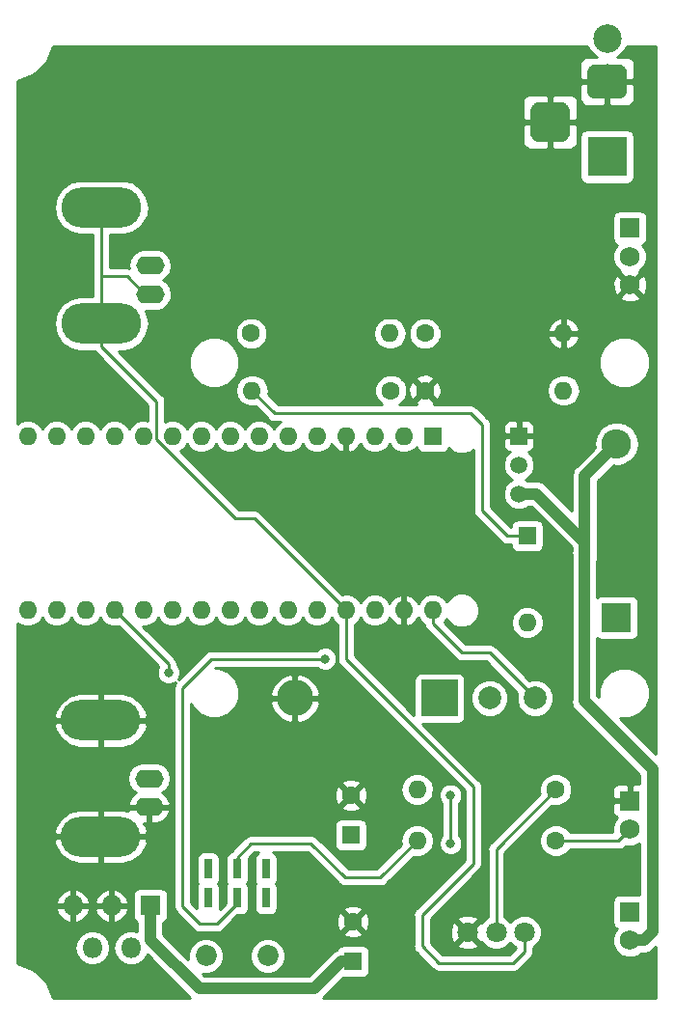
<source format=gbr>
G04 #@! TF.GenerationSoftware,KiCad,Pcbnew,(5.0.0)*
G04 #@! TF.CreationDate,2018-12-21T15:57:03+00:00*
G04 #@! TF.ProjectId,OpenSpritzer_1.3,4F70656E53707269747A65725F312E33,rev?*
G04 #@! TF.SameCoordinates,Original*
G04 #@! TF.FileFunction,Copper,L2,Bot,Signal*
G04 #@! TF.FilePolarity,Positive*
%FSLAX46Y46*%
G04 Gerber Fmt 4.6, Leading zero omitted, Abs format (unit mm)*
G04 Created by KiCad (PCBNEW (5.0.0)) date 12/21/18 15:57:03*
%MOMM*%
%LPD*%
G01*
G04 APERTURE LIST*
G04 #@! TA.AperFunction,ComponentPad*
%ADD10C,1.750000*%
G04 #@! TD*
G04 #@! TA.AperFunction,ComponentPad*
%ADD11R,1.750000X1.750000*%
G04 #@! TD*
G04 #@! TA.AperFunction,ComponentPad*
%ADD12C,1.800000*%
G04 #@! TD*
G04 #@! TA.AperFunction,ComponentPad*
%ADD13O,2.600000X2.600000*%
G04 #@! TD*
G04 #@! TA.AperFunction,ComponentPad*
%ADD14R,2.600000X2.600000*%
G04 #@! TD*
G04 #@! TA.AperFunction,ComponentPad*
%ADD15C,1.600000*%
G04 #@! TD*
G04 #@! TA.AperFunction,ComponentPad*
%ADD16O,1.600000X1.600000*%
G04 #@! TD*
G04 #@! TA.AperFunction,ComponentPad*
%ADD17C,2.000000*%
G04 #@! TD*
G04 #@! TA.AperFunction,ComponentPad*
%ADD18R,1.600000X1.600000*%
G04 #@! TD*
G04 #@! TA.AperFunction,ComponentPad*
%ADD19R,1.500000X1.500000*%
G04 #@! TD*
G04 #@! TA.AperFunction,ComponentPad*
%ADD20C,1.500000*%
G04 #@! TD*
G04 #@! TA.AperFunction,Conductor*
%ADD21C,0.100000*%
G04 #@! TD*
G04 #@! TA.AperFunction,ComponentPad*
%ADD22C,3.500000*%
G04 #@! TD*
G04 #@! TA.AperFunction,ComponentPad*
%ADD23C,3.000000*%
G04 #@! TD*
G04 #@! TA.AperFunction,ComponentPad*
%ADD24R,3.500000X3.500000*%
G04 #@! TD*
G04 #@! TA.AperFunction,ComponentPad*
%ADD25C,2.500000*%
G04 #@! TD*
G04 #@! TA.AperFunction,ComponentPad*
%ADD26R,3.200000X3.200000*%
G04 #@! TD*
G04 #@! TA.AperFunction,ComponentPad*
%ADD27O,3.200000X3.200000*%
G04 #@! TD*
G04 #@! TA.AperFunction,ComponentPad*
%ADD28R,0.750000X1.750000*%
G04 #@! TD*
G04 #@! TA.AperFunction,ComponentPad*
%ADD29C,1.850000*%
G04 #@! TD*
G04 #@! TA.AperFunction,ComponentPad*
%ADD30O,7.000240X3.500120*%
G04 #@! TD*
G04 #@! TA.AperFunction,ComponentPad*
%ADD31O,2.499360X1.600200*%
G04 #@! TD*
G04 #@! TA.AperFunction,ComponentPad*
%ADD32R,1.800000X1.800000*%
G04 #@! TD*
G04 #@! TA.AperFunction,ComponentPad*
%ADD33O,1.800000X1.800000*%
G04 #@! TD*
G04 #@! TA.AperFunction,ViaPad*
%ADD34C,0.800000*%
G04 #@! TD*
G04 #@! TA.AperFunction,Conductor*
%ADD35C,0.250000*%
G04 #@! TD*
G04 #@! TA.AperFunction,Conductor*
%ADD36C,1.000000*%
G04 #@! TD*
G04 #@! TA.AperFunction,Conductor*
%ADD37C,0.254000*%
G04 #@! TD*
G04 APERTURE END LIST*
D10*
G04 #@! TO.P,,3*
G04 #@! TO.N,GNDREF*
X154500000Y-86700000D03*
G04 #@! TO.P,,2*
G04 #@! TO.N,Net-(C1-Pad1)*
X154500000Y-84200000D03*
D11*
G04 #@! TO.P,,1*
X154500000Y-81700000D03*
G04 #@! TD*
G04 #@! TO.P,,1*
G04 #@! TO.N,Net-(C1-Pad1)*
X154500000Y-141700000D03*
D10*
G04 #@! TO.P,,2*
G04 #@! TO.N,Net-(D3-Pad2)*
X154500000Y-144200000D03*
G04 #@! TD*
D11*
G04 #@! TO.P,,1*
G04 #@! TO.N,GNDREF*
X154500000Y-131950000D03*
D10*
G04 #@! TO.P,,2*
G04 #@! TO.N,Net-(D1-Pad2)*
X154500000Y-134450000D03*
G04 #@! TD*
D12*
G04 #@! TO.P,,3*
G04 #@! TO.N,Net-(A1-Pad27)*
X145260000Y-143480000D03*
G04 #@! TO.P,,2*
G04 #@! TO.N,Net-(R1-Pad1)*
X142760000Y-143480000D03*
G04 #@! TO.P,,1*
G04 #@! TO.N,GNDREF*
X140260000Y-143480000D03*
G04 #@! TD*
D13*
G04 #@! TO.P,,2*
G04 #@! TO.N,Net-(D3-Pad2)*
X153340000Y-100630000D03*
D14*
G04 #@! TO.P,,1*
G04 #@! TO.N,Net-(C1-Pad1)*
X153340000Y-115870000D03*
G04 #@! TD*
D15*
G04 #@! TO.P,,1*
G04 #@! TO.N,Net-(J1-Pad1)*
X136500000Y-90950000D03*
D16*
G04 #@! TO.P,,2*
G04 #@! TO.N,GNDREF*
X148680000Y-90950000D03*
G04 #@! TD*
D15*
G04 #@! TO.P,,1*
G04 #@! TO.N,Net-(R1-Pad1)*
X148000000Y-130950000D03*
D16*
G04 #@! TO.P,,2*
G04 #@! TO.N,Net-(A1-Pad19)*
X135820000Y-130950000D03*
G04 #@! TD*
D15*
G04 #@! TO.P,,1*
G04 #@! TO.N,Net-(D1-Pad2)*
X148000000Y-135450000D03*
D16*
G04 #@! TO.P,,2*
G04 #@! TO.N,Net-(R2-Pad2)*
X135820000Y-135450000D03*
G04 #@! TD*
D15*
G04 #@! TO.P,,1*
G04 #@! TO.N,GNDREF*
X136500000Y-95950000D03*
D16*
G04 #@! TO.P,,2*
G04 #@! TO.N,Net-(Q1-Pad2)*
X148680000Y-95950000D03*
G04 #@! TD*
D15*
G04 #@! TO.P,,1*
G04 #@! TO.N,Net-(J1-Pad1)*
X121250000Y-90950000D03*
D16*
G04 #@! TO.P,,2*
G04 #@! TO.N,Net-(A1-Pad5)*
X133430000Y-90950000D03*
G04 #@! TD*
D15*
G04 #@! TO.P,,1*
G04 #@! TO.N,Net-(Q1-Pad2)*
X133500000Y-95950000D03*
D16*
G04 #@! TO.P,,2*
G04 #@! TO.N,Net-(D2-Pad1)*
X121320000Y-95950000D03*
G04 #@! TD*
D17*
G04 #@! TO.P,,1*
G04 #@! TO.N,Net-(A1-Pad30)*
X146175000Y-122950000D03*
G04 #@! TO.P,,2*
G04 #@! TO.N,Net-(D4-Pad1)*
X142175000Y-122950000D03*
G04 #@! TD*
D18*
G04 #@! TO.P,,1*
G04 #@! TO.N,Net-(A1-Pad1)*
X137200000Y-100000000D03*
D16*
G04 #@! TO.P,,17*
G04 #@! TO.N,Net-(A1-Pad17)*
X104180000Y-115240000D03*
G04 #@! TO.P,,2*
G04 #@! TO.N,Net-(A1-Pad2)*
X134660000Y-100000000D03*
G04 #@! TO.P,,18*
G04 #@! TO.N,Net-(A1-Pad18)*
X106720000Y-115240000D03*
G04 #@! TO.P,,3*
G04 #@! TO.N,Net-(A1-Pad3)*
X132120000Y-100000000D03*
G04 #@! TO.P,,19*
G04 #@! TO.N,Net-(A1-Pad19)*
X109260000Y-115240000D03*
G04 #@! TO.P,,4*
G04 #@! TO.N,GNDREF*
X129580000Y-100000000D03*
G04 #@! TO.P,,20*
G04 #@! TO.N,Net-(A1-Pad20)*
X111800000Y-115240000D03*
G04 #@! TO.P,,5*
G04 #@! TO.N,Net-(A1-Pad5)*
X127040000Y-100000000D03*
G04 #@! TO.P,,21*
G04 #@! TO.N,Net-(A1-Pad21)*
X114340000Y-115240000D03*
G04 #@! TO.P,,6*
G04 #@! TO.N,Net-(A1-Pad6)*
X124500000Y-100000000D03*
G04 #@! TO.P,,22*
G04 #@! TO.N,Net-(A1-Pad22)*
X116880000Y-115240000D03*
G04 #@! TO.P,,7*
G04 #@! TO.N,Net-(A1-Pad7)*
X121960000Y-100000000D03*
G04 #@! TO.P,,23*
G04 #@! TO.N,Net-(A1-Pad23)*
X119420000Y-115240000D03*
G04 #@! TO.P,,8*
G04 #@! TO.N,Net-(A1-Pad8)*
X119420000Y-100000000D03*
G04 #@! TO.P,,24*
G04 #@! TO.N,Net-(A1-Pad24)*
X121960000Y-115240000D03*
G04 #@! TO.P,,9*
G04 #@! TO.N,Net-(A1-Pad9)*
X116880000Y-100000000D03*
G04 #@! TO.P,,25*
G04 #@! TO.N,Net-(A1-Pad25)*
X124500000Y-115240000D03*
G04 #@! TO.P,,10*
G04 #@! TO.N,Net-(A1-Pad10)*
X114340000Y-100000000D03*
G04 #@! TO.P,,26*
G04 #@! TO.N,Net-(A1-Pad26)*
X127040000Y-115240000D03*
G04 #@! TO.P,,11*
G04 #@! TO.N,Net-(A1-Pad11)*
X111800000Y-100000000D03*
G04 #@! TO.P,,27*
G04 #@! TO.N,Net-(A1-Pad27)*
X129580000Y-115240000D03*
G04 #@! TO.P,,12*
G04 #@! TO.N,Net-(A1-Pad12)*
X109260000Y-100000000D03*
G04 #@! TO.P,,28*
G04 #@! TO.N,Net-(A1-Pad28)*
X132120000Y-115240000D03*
G04 #@! TO.P,,13*
G04 #@! TO.N,Net-(A1-Pad13)*
X106720000Y-100000000D03*
G04 #@! TO.P,,29*
G04 #@! TO.N,GNDREF*
X134660000Y-115240000D03*
G04 #@! TO.P,,14*
G04 #@! TO.N,Net-(A1-Pad14)*
X104180000Y-100000000D03*
G04 #@! TO.P,,30*
G04 #@! TO.N,Net-(A1-Pad30)*
X137200000Y-115240000D03*
G04 #@! TO.P,,15*
G04 #@! TO.N,Net-(A1-Pad15)*
X101640000Y-100000000D03*
G04 #@! TO.P,,16*
G04 #@! TO.N,Net-(A1-Pad16)*
X101640000Y-115240000D03*
G04 #@! TD*
D19*
G04 #@! TO.P,NPN,1*
G04 #@! TO.N,GNDREF*
X144750000Y-99950000D03*
D20*
G04 #@! TO.P,NPN,3*
G04 #@! TO.N,Net-(D3-Pad2)*
X144750000Y-105030000D03*
G04 #@! TO.P,NPN,2*
G04 #@! TO.N,Net-(Q1-Pad2)*
X144750000Y-102490000D03*
G04 #@! TD*
D21*
G04 #@! TO.N,GNDREF*
G04 #@! TO.C,*
G36*
X148460765Y-70654213D02*
X148545704Y-70666813D01*
X148628999Y-70687677D01*
X148709848Y-70716605D01*
X148787472Y-70753319D01*
X148861124Y-70797464D01*
X148930094Y-70848616D01*
X148993718Y-70906282D01*
X149051384Y-70969906D01*
X149102536Y-71038876D01*
X149146681Y-71112528D01*
X149183395Y-71190152D01*
X149212323Y-71271001D01*
X149233187Y-71354296D01*
X149245787Y-71439235D01*
X149250000Y-71525000D01*
X149250000Y-73275000D01*
X149245787Y-73360765D01*
X149233187Y-73445704D01*
X149212323Y-73528999D01*
X149183395Y-73609848D01*
X149146681Y-73687472D01*
X149102536Y-73761124D01*
X149051384Y-73830094D01*
X148993718Y-73893718D01*
X148930094Y-73951384D01*
X148861124Y-74002536D01*
X148787472Y-74046681D01*
X148709848Y-74083395D01*
X148628999Y-74112323D01*
X148545704Y-74133187D01*
X148460765Y-74145787D01*
X148375000Y-74150000D01*
X146625000Y-74150000D01*
X146539235Y-74145787D01*
X146454296Y-74133187D01*
X146371001Y-74112323D01*
X146290152Y-74083395D01*
X146212528Y-74046681D01*
X146138876Y-74002536D01*
X146069906Y-73951384D01*
X146006282Y-73893718D01*
X145948616Y-73830094D01*
X145897464Y-73761124D01*
X145853319Y-73687472D01*
X145816605Y-73609848D01*
X145787677Y-73528999D01*
X145766813Y-73445704D01*
X145754213Y-73360765D01*
X145750000Y-73275000D01*
X145750000Y-71525000D01*
X145754213Y-71439235D01*
X145766813Y-71354296D01*
X145787677Y-71271001D01*
X145816605Y-71190152D01*
X145853319Y-71112528D01*
X145897464Y-71038876D01*
X145948616Y-70969906D01*
X146006282Y-70906282D01*
X146069906Y-70848616D01*
X146138876Y-70797464D01*
X146212528Y-70753319D01*
X146290152Y-70716605D01*
X146371001Y-70687677D01*
X146454296Y-70666813D01*
X146539235Y-70654213D01*
X146625000Y-70650000D01*
X148375000Y-70650000D01*
X148460765Y-70654213D01*
X148460765Y-70654213D01*
G37*
D22*
G04 #@! TD*
G04 #@! TO.P,,3*
G04 #@! TO.N,GNDREF*
X147500000Y-72400000D03*
D21*
G04 #@! TO.N,GNDREF*
G04 #@! TO.C,*
G36*
X153573513Y-67353611D02*
X153646318Y-67364411D01*
X153717714Y-67382295D01*
X153787013Y-67407090D01*
X153853548Y-67438559D01*
X153916678Y-67476398D01*
X153975795Y-67520242D01*
X154030330Y-67569670D01*
X154079758Y-67624205D01*
X154123602Y-67683322D01*
X154161441Y-67746452D01*
X154192910Y-67812987D01*
X154217705Y-67882286D01*
X154235589Y-67953682D01*
X154246389Y-68026487D01*
X154250000Y-68100000D01*
X154250000Y-69600000D01*
X154246389Y-69673513D01*
X154235589Y-69746318D01*
X154217705Y-69817714D01*
X154192910Y-69887013D01*
X154161441Y-69953548D01*
X154123602Y-70016678D01*
X154079758Y-70075795D01*
X154030330Y-70130330D01*
X153975795Y-70179758D01*
X153916678Y-70223602D01*
X153853548Y-70261441D01*
X153787013Y-70292910D01*
X153717714Y-70317705D01*
X153646318Y-70335589D01*
X153573513Y-70346389D01*
X153500000Y-70350000D01*
X151500000Y-70350000D01*
X151426487Y-70346389D01*
X151353682Y-70335589D01*
X151282286Y-70317705D01*
X151212987Y-70292910D01*
X151146452Y-70261441D01*
X151083322Y-70223602D01*
X151024205Y-70179758D01*
X150969670Y-70130330D01*
X150920242Y-70075795D01*
X150876398Y-70016678D01*
X150838559Y-69953548D01*
X150807090Y-69887013D01*
X150782295Y-69817714D01*
X150764411Y-69746318D01*
X150753611Y-69673513D01*
X150750000Y-69600000D01*
X150750000Y-68100000D01*
X150753611Y-68026487D01*
X150764411Y-67953682D01*
X150782295Y-67882286D01*
X150807090Y-67812987D01*
X150838559Y-67746452D01*
X150876398Y-67683322D01*
X150920242Y-67624205D01*
X150969670Y-67569670D01*
X151024205Y-67520242D01*
X151083322Y-67476398D01*
X151146452Y-67438559D01*
X151212987Y-67407090D01*
X151282286Y-67382295D01*
X151353682Y-67364411D01*
X151426487Y-67353611D01*
X151500000Y-67350000D01*
X153500000Y-67350000D01*
X153573513Y-67353611D01*
X153573513Y-67353611D01*
G37*
D23*
G04 #@! TD*
G04 #@! TO.P,,2*
G04 #@! TO.N,GNDREF*
X152500000Y-68850000D03*
D24*
G04 #@! TO.P,,1*
G04 #@! TO.N,Net-(C1-Pad1)*
X152500000Y-75450000D03*
D25*
G04 #@! TO.P,,4*
G04 #@! TO.N,N/C*
X152500000Y-65050000D03*
G04 #@! TD*
D26*
G04 #@! TO.P,,1*
G04 #@! TO.N,Net-(D4-Pad1)*
X137800000Y-122950000D03*
D27*
G04 #@! TO.P,,2*
G04 #@! TO.N,GNDREF*
X125100000Y-122950000D03*
G04 #@! TD*
D28*
G04 #@! TO.P,,1*
G04 #@! TO.N,Net-(J4-Pad1)*
X117460000Y-137930000D03*
G04 #@! TO.P,,2*
G04 #@! TO.N,Net-(R2-Pad2)*
X120000000Y-137930000D03*
G04 #@! TO.P,,3*
G04 #@! TO.N,Net-(A1-Pad13)*
X122540000Y-137930000D03*
G04 #@! TO.P,,4*
G04 #@! TO.N,Net-(J4-Pad1)*
X117460000Y-140470000D03*
G04 #@! TO.P,,5*
G04 #@! TO.N,Net-(D2-Pad2)*
X120000000Y-140470000D03*
G04 #@! TO.P,,6*
G04 #@! TO.N,Net-(A1-Pad8)*
X122540000Y-140470000D03*
D29*
G04 #@! TO.P,,7*
G04 #@! TO.N,N/C*
X117300000Y-145550000D03*
G04 #@! TO.P,,8*
X122700000Y-145550000D03*
G04 #@! TD*
D18*
G04 #@! TO.P,,1*
G04 #@! TO.N,Net-(C1-Pad1)*
X130200000Y-146050000D03*
D15*
G04 #@! TO.P,,2*
G04 #@! TO.N,GNDREF*
X130200000Y-142550000D03*
G04 #@! TD*
G04 #@! TO.P,,2*
G04 #@! TO.N,GNDREF*
X130000000Y-131450000D03*
D18*
G04 #@! TO.P,,1*
G04 #@! TO.N,Net-(A1-Pad30)*
X130000000Y-134950000D03*
G04 #@! TD*
D30*
G04 #@! TO.P,,2*
G04 #@! TO.N,Net-(A1-Pad27)*
X108111600Y-90097780D03*
X108111600Y-79899680D03*
D31*
G04 #@! TO.P,,1*
G04 #@! TO.N,Net-(J1-Pad1)*
X112376260Y-85000000D03*
G04 #@! TO.P,,2*
G04 #@! TO.N,Net-(A1-Pad27)*
X112376260Y-87499360D03*
G04 #@! TD*
D18*
G04 #@! TO.P,,1*
G04 #@! TO.N,Net-(D2-Pad1)*
X145500000Y-108700000D03*
D16*
G04 #@! TO.P,,2*
G04 #@! TO.N,Net-(D2-Pad2)*
X145500000Y-116320000D03*
G04 #@! TD*
D32*
G04 #@! TO.P,,1*
G04 #@! TO.N,Net-(C1-Pad1)*
X112400000Y-141150000D03*
D33*
G04 #@! TO.P,,2*
G04 #@! TO.N,Net-(D4-Pad1)*
X110700000Y-144850000D03*
G04 #@! TO.P,,3*
G04 #@! TO.N,GNDREF*
X109000000Y-141150000D03*
G04 #@! TO.P,,4*
G04 #@! TO.N,Net-(A1-Pad30)*
X107300000Y-144850000D03*
G04 #@! TO.P,,5*
G04 #@! TO.N,GNDREF*
X105600000Y-141150000D03*
G04 #@! TD*
D31*
G04 #@! TO.P,,2*
G04 #@! TO.N,GNDREF*
X112301260Y-132499360D03*
G04 #@! TO.P,,1*
G04 #@! TO.N,Net-(J4-Pad1)*
X112301260Y-130000000D03*
D30*
G04 #@! TO.P,,2*
G04 #@! TO.N,GNDREF*
X108036600Y-124899680D03*
X108036600Y-135097780D03*
G04 #@! TD*
D34*
G04 #@! TO.N,Net-(A1-Pad19)*
X114000000Y-120700000D03*
G04 #@! TO.N,Net-(D2-Pad2)*
X127750000Y-119490000D03*
G04 #@! TO.N,Net-(D4-Pad1)*
X138750000Y-135700000D03*
X138750000Y-131450000D03*
G04 #@! TD*
D35*
G04 #@! TO.N,Net-(A1-Pad30)*
X137200000Y-116371370D02*
X139778630Y-118950000D01*
X137200000Y-115240000D02*
X137200000Y-116371370D01*
X142175000Y-118950000D02*
X146175000Y-122950000D01*
X139778630Y-118950000D02*
X142175000Y-118950000D01*
G04 #@! TO.N,Net-(A1-Pad27)*
X108111600Y-79899680D02*
X108111600Y-81899740D01*
X110377320Y-85950000D02*
X108111600Y-85950000D01*
X111926680Y-87499360D02*
X110377320Y-85950000D01*
X112376260Y-87499360D02*
X111926680Y-87499360D01*
X108111600Y-81899740D02*
X108111600Y-85950000D01*
X108111600Y-85950000D02*
X108111600Y-90097780D01*
X140750000Y-130700000D02*
X129580000Y-119530000D01*
X129580000Y-119530000D02*
X129580000Y-115240000D01*
X136250000Y-141950000D02*
X140750000Y-137450000D01*
X136250000Y-144700000D02*
X136250000Y-141950000D01*
X145260000Y-143480000D02*
X145260000Y-144752792D01*
X140750000Y-137450000D02*
X140750000Y-130700000D01*
X145250000Y-144762792D02*
X145250000Y-145200000D01*
X145250000Y-145200000D02*
X144250000Y-146200000D01*
X145260000Y-144752792D02*
X145250000Y-144762792D01*
X144250000Y-146200000D02*
X137750000Y-146200000D01*
X137750000Y-146200000D02*
X136250000Y-144700000D01*
X129580000Y-115240000D02*
X121540000Y-107200000D01*
X108111600Y-92097840D02*
X108111600Y-90097780D01*
X112925001Y-96911241D02*
X108111600Y-92097840D01*
X112925001Y-100250003D02*
X112925001Y-96911241D01*
X119874998Y-107200000D02*
X112925001Y-100250003D01*
X121540000Y-107200000D02*
X119874998Y-107200000D01*
G04 #@! TO.N,Net-(A1-Pad19)*
X114000000Y-119980000D02*
X114000000Y-120700000D01*
X109260000Y-115240000D02*
X114000000Y-119980000D01*
G04 #@! TO.N,Net-(D1-Pad2)*
X153500000Y-135450000D02*
X154500000Y-134450000D01*
X148000000Y-135450000D02*
X153500000Y-135450000D01*
G04 #@! TO.N,Net-(D2-Pad2)*
X120000000Y-140970000D02*
X118220000Y-142750000D01*
X120000000Y-140470000D02*
X120000000Y-140970000D01*
X118220000Y-142750000D02*
X116750000Y-142750000D01*
X116750000Y-142750000D02*
X115200000Y-141200000D01*
X115200000Y-141200000D02*
X115200000Y-122030000D01*
X115200000Y-122030000D02*
X117740000Y-119490000D01*
X117740000Y-119490000D02*
X127750000Y-119490000D01*
X127750000Y-119490000D02*
X127960000Y-119490000D01*
G04 #@! TO.N,Net-(D2-Pad1)*
X143750000Y-108700000D02*
X145500000Y-108700000D01*
X141500000Y-106450000D02*
X143750000Y-108700000D01*
X141500000Y-98950000D02*
X141500000Y-106450000D01*
X140500000Y-97950000D02*
X141500000Y-98950000D01*
X121320000Y-95950000D02*
X123320000Y-97950000D01*
X123320000Y-97950000D02*
X140500000Y-97950000D01*
D36*
G04 #@! TO.N,Net-(D3-Pad2)*
X152040001Y-101929999D02*
X153340000Y-100630000D01*
X150534990Y-103435010D02*
X152040001Y-101929999D01*
X150534990Y-109264988D02*
X150534990Y-110700000D01*
X146300002Y-105030000D02*
X150534990Y-109264988D01*
X144750000Y-105030000D02*
X146300002Y-105030000D01*
X150534990Y-110700000D02*
X150534990Y-110200000D01*
X150534990Y-110200000D02*
X150534990Y-103435010D01*
X155737436Y-144200000D02*
X154500000Y-144200000D01*
X156499990Y-143437446D02*
X155737436Y-144200000D01*
X156499990Y-129199990D02*
X156499990Y-143437446D01*
X150500000Y-123200000D02*
X156499990Y-129199990D01*
X150500000Y-110234990D02*
X150500000Y-123200000D01*
X150534990Y-110200000D02*
X150500000Y-110234990D01*
D35*
G04 #@! TO.N,Net-(R1-Pad1)*
X142760000Y-136190000D02*
X148000000Y-130950000D01*
X142760000Y-143480000D02*
X142760000Y-136190000D01*
G04 #@! TO.N,Net-(R2-Pad2)*
X132570000Y-138700000D02*
X135820000Y-135450000D01*
X129500000Y-138700000D02*
X132570000Y-138700000D01*
X126500000Y-135700000D02*
X129500000Y-138700000D01*
X121250000Y-135700000D02*
X126500000Y-135700000D01*
X120000000Y-137930000D02*
X120000000Y-136950000D01*
X120000000Y-136950000D02*
X121250000Y-135700000D01*
D36*
G04 #@! TO.N,Net-(C1-Pad1)*
X112375000Y-144100000D02*
X112375000Y-141125000D01*
X116700000Y-148425000D02*
X112400000Y-144125000D01*
X126775000Y-148425000D02*
X116700000Y-148425000D01*
X130200000Y-146050000D02*
X129150000Y-146050000D01*
X129150000Y-146050000D02*
X126775000Y-148425000D01*
D35*
G04 #@! TO.N,Net-(D4-Pad1)*
X138750000Y-135700000D02*
X138750000Y-131450000D01*
X138750000Y-131450000D02*
X138750000Y-131450000D01*
G04 #@! TD*
D37*
G04 #@! TO.N,GNDREF*
G36*
X150901974Y-66117767D02*
X151432233Y-66648026D01*
X151593923Y-66715000D01*
X150623690Y-66715000D01*
X150390301Y-66811673D01*
X150211673Y-66990302D01*
X150115000Y-67223691D01*
X150115000Y-68564250D01*
X150273750Y-68723000D01*
X152373000Y-68723000D01*
X152373000Y-68703000D01*
X152627000Y-68703000D01*
X152627000Y-68723000D01*
X154726250Y-68723000D01*
X154885000Y-68564250D01*
X154885000Y-67223691D01*
X154788327Y-66990302D01*
X154609699Y-66811673D01*
X154376310Y-66715000D01*
X153406077Y-66715000D01*
X153567767Y-66648026D01*
X154098026Y-66117767D01*
X154256573Y-65735000D01*
X156765000Y-65735000D01*
X156765001Y-127859869D01*
X153640131Y-124735000D01*
X154444569Y-124735000D01*
X155266026Y-124394741D01*
X155894741Y-123766026D01*
X156235000Y-122944569D01*
X156235000Y-122055431D01*
X155894741Y-121233974D01*
X155266026Y-120605259D01*
X154444569Y-120265000D01*
X153555431Y-120265000D01*
X152733974Y-120605259D01*
X152105259Y-121233974D01*
X151765000Y-122055431D01*
X151765000Y-122859869D01*
X151635000Y-122729869D01*
X151635000Y-117663095D01*
X151792235Y-117768157D01*
X152040000Y-117817440D01*
X154640000Y-117817440D01*
X154887765Y-117768157D01*
X155097809Y-117627809D01*
X155238157Y-117417765D01*
X155287440Y-117170000D01*
X155287440Y-114570000D01*
X155238157Y-114322235D01*
X155097809Y-114112191D01*
X154887765Y-113971843D01*
X154640000Y-113922560D01*
X152040000Y-113922560D01*
X151792235Y-113971843D01*
X151635000Y-114076905D01*
X151635000Y-110987690D01*
X151669990Y-110811783D01*
X151669990Y-110311782D01*
X151692225Y-110200001D01*
X151669990Y-110088217D01*
X151669990Y-109376769D01*
X151692225Y-109264987D01*
X151669990Y-109153205D01*
X151669990Y-103905141D01*
X152921609Y-102653523D01*
X152921611Y-102653520D01*
X153033241Y-102541890D01*
X153149424Y-102565000D01*
X153530576Y-102565000D01*
X154094999Y-102452729D01*
X154735057Y-102025057D01*
X155162729Y-101384999D01*
X155312908Y-100630000D01*
X155162729Y-99875001D01*
X154735057Y-99234943D01*
X154094999Y-98807271D01*
X153530576Y-98695000D01*
X153149424Y-98695000D01*
X152585001Y-98807271D01*
X151944943Y-99234943D01*
X151517271Y-99875001D01*
X151367092Y-100630000D01*
X151428110Y-100936759D01*
X151316480Y-101048389D01*
X151316477Y-101048391D01*
X149811470Y-102553399D01*
X149716702Y-102616721D01*
X149531075Y-102894532D01*
X149465844Y-102992156D01*
X149377755Y-103435010D01*
X149399991Y-103546798D01*
X149399991Y-106524856D01*
X147181615Y-104306482D01*
X147118291Y-104211711D01*
X146742857Y-103960854D01*
X146411785Y-103895000D01*
X146300002Y-103872765D01*
X146188219Y-103895000D01*
X145573687Y-103895000D01*
X145534540Y-103855853D01*
X145303130Y-103760000D01*
X145534540Y-103664147D01*
X145924147Y-103274540D01*
X146135000Y-102765494D01*
X146135000Y-102214506D01*
X145924147Y-101705460D01*
X145553687Y-101335000D01*
X145626309Y-101335000D01*
X145859698Y-101238327D01*
X146038327Y-101059699D01*
X146135000Y-100826310D01*
X146135000Y-100235750D01*
X145976250Y-100077000D01*
X144877000Y-100077000D01*
X144877000Y-100097000D01*
X144623000Y-100097000D01*
X144623000Y-100077000D01*
X143523750Y-100077000D01*
X143365000Y-100235750D01*
X143365000Y-100826310D01*
X143461673Y-101059699D01*
X143640302Y-101238327D01*
X143873691Y-101335000D01*
X143946313Y-101335000D01*
X143575853Y-101705460D01*
X143365000Y-102214506D01*
X143365000Y-102765494D01*
X143575853Y-103274540D01*
X143965460Y-103664147D01*
X144196870Y-103760000D01*
X143965460Y-103855853D01*
X143575853Y-104245460D01*
X143365000Y-104754506D01*
X143365000Y-105305494D01*
X143575853Y-105814540D01*
X143965460Y-106204147D01*
X144474506Y-106415000D01*
X145025494Y-106415000D01*
X145534540Y-106204147D01*
X145573687Y-106165000D01*
X145829871Y-106165000D01*
X149399990Y-109735121D01*
X149399990Y-109947300D01*
X149342765Y-110234990D01*
X149365000Y-110346773D01*
X149365001Y-123088212D01*
X149342765Y-123200000D01*
X149430854Y-123642854D01*
X149430855Y-123642855D01*
X149681712Y-124018289D01*
X149776480Y-124081611D01*
X155364990Y-129670122D01*
X155364990Y-130440000D01*
X154785750Y-130440000D01*
X154627000Y-130598750D01*
X154627000Y-131823000D01*
X154647000Y-131823000D01*
X154647000Y-132077000D01*
X154627000Y-132077000D01*
X154627000Y-132097000D01*
X154373000Y-132097000D01*
X154373000Y-132077000D01*
X153148750Y-132077000D01*
X152990000Y-132235750D01*
X152990000Y-132951309D01*
X153086673Y-133184698D01*
X153265301Y-133363327D01*
X153396759Y-133417779D01*
X153219884Y-133594654D01*
X152990000Y-134149642D01*
X152990000Y-134690000D01*
X149238430Y-134690000D01*
X149216534Y-134637138D01*
X148812862Y-134233466D01*
X148285439Y-134015000D01*
X147714561Y-134015000D01*
X147187138Y-134233466D01*
X146783466Y-134637138D01*
X146565000Y-135164561D01*
X146565000Y-135735439D01*
X146783466Y-136262862D01*
X147187138Y-136666534D01*
X147714561Y-136885000D01*
X148285439Y-136885000D01*
X148812862Y-136666534D01*
X149216534Y-136262862D01*
X149238430Y-136210000D01*
X153425153Y-136210000D01*
X153500000Y-136224888D01*
X153574847Y-136210000D01*
X153574852Y-136210000D01*
X153796537Y-136165904D01*
X154047929Y-135997929D01*
X154090331Y-135934470D01*
X154104295Y-135920506D01*
X154199642Y-135960000D01*
X154800358Y-135960000D01*
X155355346Y-135730116D01*
X155364990Y-135720472D01*
X155364991Y-140177560D01*
X153625000Y-140177560D01*
X153377235Y-140226843D01*
X153167191Y-140367191D01*
X153026843Y-140577235D01*
X152977560Y-140825000D01*
X152977560Y-142575000D01*
X153026843Y-142822765D01*
X153167191Y-143032809D01*
X153377235Y-143173157D01*
X153389034Y-143175504D01*
X153219884Y-143344654D01*
X152990000Y-143899642D01*
X152990000Y-144500358D01*
X153219884Y-145055346D01*
X153644654Y-145480116D01*
X154199642Y-145710000D01*
X154800358Y-145710000D01*
X155355346Y-145480116D01*
X155500462Y-145335000D01*
X155625653Y-145335000D01*
X155737436Y-145357235D01*
X155849219Y-145335000D01*
X156180291Y-145269146D01*
X156555725Y-145018289D01*
X156619049Y-144923519D01*
X156765001Y-144777566D01*
X156765001Y-149265000D01*
X127560796Y-149265000D01*
X127593289Y-149243289D01*
X127656613Y-149148518D01*
X129323007Y-147482125D01*
X129400000Y-147497440D01*
X131000000Y-147497440D01*
X131247765Y-147448157D01*
X131457809Y-147307809D01*
X131598157Y-147097765D01*
X131647440Y-146850000D01*
X131647440Y-145250000D01*
X131598157Y-145002235D01*
X131457809Y-144792191D01*
X131247765Y-144651843D01*
X131000000Y-144602560D01*
X129400000Y-144602560D01*
X129152235Y-144651843D01*
X128942191Y-144792191D01*
X128832835Y-144955853D01*
X128707145Y-144980854D01*
X128331711Y-145231711D01*
X128268389Y-145326479D01*
X126304869Y-147290000D01*
X117170132Y-147290000D01*
X116990132Y-147110000D01*
X117610303Y-147110000D01*
X118183669Y-146872504D01*
X118622504Y-146433669D01*
X118860000Y-145860303D01*
X118860000Y-145239697D01*
X121140000Y-145239697D01*
X121140000Y-145860303D01*
X121377496Y-146433669D01*
X121816331Y-146872504D01*
X122389697Y-147110000D01*
X123010303Y-147110000D01*
X123583669Y-146872504D01*
X124022504Y-146433669D01*
X124260000Y-145860303D01*
X124260000Y-145239697D01*
X124022504Y-144666331D01*
X123583669Y-144227496D01*
X123010303Y-143990000D01*
X122389697Y-143990000D01*
X121816331Y-144227496D01*
X121377496Y-144666331D01*
X121140000Y-145239697D01*
X118860000Y-145239697D01*
X118622504Y-144666331D01*
X118183669Y-144227496D01*
X117610303Y-143990000D01*
X116989697Y-143990000D01*
X116416331Y-144227496D01*
X115977496Y-144666331D01*
X115740000Y-145239697D01*
X115740000Y-145859868D01*
X113510000Y-143629869D01*
X113510000Y-143557745D01*
X129371861Y-143557745D01*
X129445995Y-143803864D01*
X129983223Y-143996965D01*
X130553454Y-143969778D01*
X130954005Y-143803864D01*
X131028139Y-143557745D01*
X130200000Y-142729605D01*
X129371861Y-143557745D01*
X113510000Y-143557745D01*
X113510000Y-142655669D01*
X113547765Y-142648157D01*
X113757809Y-142507809D01*
X113898157Y-142297765D01*
X113947440Y-142050000D01*
X113947440Y-140250000D01*
X113898157Y-140002235D01*
X113757809Y-139792191D01*
X113547765Y-139651843D01*
X113300000Y-139602560D01*
X111500000Y-139602560D01*
X111252235Y-139651843D01*
X111042191Y-139792191D01*
X110901843Y-140002235D01*
X110852560Y-140250000D01*
X110852560Y-142050000D01*
X110901843Y-142297765D01*
X111042191Y-142507809D01*
X111240000Y-142639982D01*
X111240000Y-143392341D01*
X110851182Y-143315000D01*
X110548818Y-143315000D01*
X110101073Y-143404062D01*
X109593327Y-143743327D01*
X109254062Y-144251073D01*
X109134928Y-144850000D01*
X109254062Y-145448927D01*
X109593327Y-145956673D01*
X110101073Y-146295938D01*
X110548818Y-146385000D01*
X110851182Y-146385000D01*
X111298927Y-146295938D01*
X111806673Y-145956673D01*
X112135066Y-145465198D01*
X115818389Y-149148521D01*
X115881711Y-149243289D01*
X115914204Y-149265000D01*
X103835000Y-149265000D01*
X103835000Y-149237171D01*
X103251156Y-147827647D01*
X102172353Y-146748844D01*
X100762829Y-146165000D01*
X100735000Y-146165000D01*
X100735000Y-144850000D01*
X105734928Y-144850000D01*
X105854062Y-145448927D01*
X106193327Y-145956673D01*
X106701073Y-146295938D01*
X107148818Y-146385000D01*
X107451182Y-146385000D01*
X107898927Y-146295938D01*
X108406673Y-145956673D01*
X108745938Y-145448927D01*
X108865072Y-144850000D01*
X108745938Y-144251073D01*
X108406673Y-143743327D01*
X107898927Y-143404062D01*
X107451182Y-143315000D01*
X107148818Y-143315000D01*
X106701073Y-143404062D01*
X106193327Y-143743327D01*
X105854062Y-144251073D01*
X105734928Y-144850000D01*
X100735000Y-144850000D01*
X100735000Y-141514740D01*
X104108964Y-141514740D01*
X104287760Y-141946417D01*
X104692424Y-142387966D01*
X105235258Y-142641046D01*
X105473000Y-142520997D01*
X105473000Y-141277000D01*
X105727000Y-141277000D01*
X105727000Y-142520997D01*
X105964742Y-142641046D01*
X106507576Y-142387966D01*
X106912240Y-141946417D01*
X107091036Y-141514740D01*
X107508964Y-141514740D01*
X107687760Y-141946417D01*
X108092424Y-142387966D01*
X108635258Y-142641046D01*
X108873000Y-142520997D01*
X108873000Y-141277000D01*
X109127000Y-141277000D01*
X109127000Y-142520997D01*
X109364742Y-142641046D01*
X109907576Y-142387966D01*
X110312240Y-141946417D01*
X110491036Y-141514740D01*
X110370378Y-141277000D01*
X109127000Y-141277000D01*
X108873000Y-141277000D01*
X107629622Y-141277000D01*
X107508964Y-141514740D01*
X107091036Y-141514740D01*
X106970378Y-141277000D01*
X105727000Y-141277000D01*
X105473000Y-141277000D01*
X104229622Y-141277000D01*
X104108964Y-141514740D01*
X100735000Y-141514740D01*
X100735000Y-140785260D01*
X104108964Y-140785260D01*
X104229622Y-141023000D01*
X105473000Y-141023000D01*
X105473000Y-139779003D01*
X105727000Y-139779003D01*
X105727000Y-141023000D01*
X106970378Y-141023000D01*
X107091036Y-140785260D01*
X107508964Y-140785260D01*
X107629622Y-141023000D01*
X108873000Y-141023000D01*
X108873000Y-139779003D01*
X109127000Y-139779003D01*
X109127000Y-141023000D01*
X110370378Y-141023000D01*
X110491036Y-140785260D01*
X110312240Y-140353583D01*
X109907576Y-139912034D01*
X109364742Y-139658954D01*
X109127000Y-139779003D01*
X108873000Y-139779003D01*
X108635258Y-139658954D01*
X108092424Y-139912034D01*
X107687760Y-140353583D01*
X107508964Y-140785260D01*
X107091036Y-140785260D01*
X106912240Y-140353583D01*
X106507576Y-139912034D01*
X105964742Y-139658954D01*
X105727000Y-139779003D01*
X105473000Y-139779003D01*
X105235258Y-139658954D01*
X104692424Y-139912034D01*
X104287760Y-140353583D01*
X104108964Y-140785260D01*
X100735000Y-140785260D01*
X100735000Y-135595793D01*
X103954054Y-135595793D01*
X104034431Y-135893170D01*
X104510245Y-136694469D01*
X105256484Y-137252687D01*
X106159540Y-137482840D01*
X107909600Y-137482840D01*
X107909600Y-135224780D01*
X108163600Y-135224780D01*
X108163600Y-137482840D01*
X109913660Y-137482840D01*
X110816716Y-137252687D01*
X111562955Y-136694469D01*
X112038769Y-135893170D01*
X112119146Y-135595793D01*
X112009345Y-135224780D01*
X108163600Y-135224780D01*
X107909600Y-135224780D01*
X104063855Y-135224780D01*
X103954054Y-135595793D01*
X100735000Y-135595793D01*
X100735000Y-134599767D01*
X103954054Y-134599767D01*
X104063855Y-134970780D01*
X107909600Y-134970780D01*
X107909600Y-132712720D01*
X108163600Y-132712720D01*
X108163600Y-134970780D01*
X112009345Y-134970780D01*
X112119146Y-134599767D01*
X112038769Y-134302390D01*
X111820291Y-133934460D01*
X112174260Y-133934460D01*
X112174260Y-132626360D01*
X112428260Y-132626360D01*
X112428260Y-133934460D01*
X112877840Y-133934460D01*
X113417362Y-133776619D01*
X113855412Y-133424327D01*
X114125301Y-132931217D01*
X114142843Y-132848415D01*
X114020856Y-132626360D01*
X112428260Y-132626360D01*
X112174260Y-132626360D01*
X110581664Y-132626360D01*
X110459677Y-132848415D01*
X110460453Y-132852076D01*
X109913660Y-132712720D01*
X108163600Y-132712720D01*
X107909600Y-132712720D01*
X106159540Y-132712720D01*
X105256484Y-132942873D01*
X104510245Y-133501091D01*
X104034431Y-134302390D01*
X103954054Y-134599767D01*
X100735000Y-134599767D01*
X100735000Y-130000000D01*
X110388465Y-130000000D01*
X110499846Y-130559948D01*
X110817031Y-131034649D01*
X111145412Y-131254066D01*
X110747108Y-131574393D01*
X110477219Y-132067503D01*
X110459677Y-132150305D01*
X110581664Y-132372360D01*
X112174260Y-132372360D01*
X112174260Y-132352360D01*
X112428260Y-132352360D01*
X112428260Y-132372360D01*
X114020856Y-132372360D01*
X114142843Y-132150305D01*
X114125301Y-132067503D01*
X113855412Y-131574393D01*
X113457108Y-131254066D01*
X113785489Y-131034649D01*
X114102674Y-130559948D01*
X114214055Y-130000000D01*
X114102674Y-129440052D01*
X113785489Y-128965351D01*
X113310788Y-128648166D01*
X112892183Y-128564900D01*
X111710337Y-128564900D01*
X111291732Y-128648166D01*
X110817031Y-128965351D01*
X110499846Y-129440052D01*
X110388465Y-130000000D01*
X100735000Y-130000000D01*
X100735000Y-125397693D01*
X103954054Y-125397693D01*
X104034431Y-125695070D01*
X104510245Y-126496369D01*
X105256484Y-127054587D01*
X106159540Y-127284740D01*
X107909600Y-127284740D01*
X107909600Y-125026680D01*
X108163600Y-125026680D01*
X108163600Y-127284740D01*
X109913660Y-127284740D01*
X110816716Y-127054587D01*
X111562955Y-126496369D01*
X112038769Y-125695070D01*
X112119146Y-125397693D01*
X112009345Y-125026680D01*
X108163600Y-125026680D01*
X107909600Y-125026680D01*
X104063855Y-125026680D01*
X103954054Y-125397693D01*
X100735000Y-125397693D01*
X100735000Y-124401667D01*
X103954054Y-124401667D01*
X104063855Y-124772680D01*
X107909600Y-124772680D01*
X107909600Y-122514620D01*
X108163600Y-122514620D01*
X108163600Y-124772680D01*
X112009345Y-124772680D01*
X112119146Y-124401667D01*
X112038769Y-124104290D01*
X111562955Y-123302991D01*
X110816716Y-122744773D01*
X109913660Y-122514620D01*
X108163600Y-122514620D01*
X107909600Y-122514620D01*
X106159540Y-122514620D01*
X105256484Y-122744773D01*
X104510245Y-123302991D01*
X104034431Y-124104290D01*
X103954054Y-124401667D01*
X100735000Y-124401667D01*
X100735000Y-116361158D01*
X101080091Y-116591740D01*
X101498667Y-116675000D01*
X101781333Y-116675000D01*
X102199909Y-116591740D01*
X102674577Y-116274577D01*
X102910000Y-115922242D01*
X103145423Y-116274577D01*
X103620091Y-116591740D01*
X104038667Y-116675000D01*
X104321333Y-116675000D01*
X104739909Y-116591740D01*
X105214577Y-116274577D01*
X105450000Y-115922242D01*
X105685423Y-116274577D01*
X106160091Y-116591740D01*
X106578667Y-116675000D01*
X106861333Y-116675000D01*
X107279909Y-116591740D01*
X107754577Y-116274577D01*
X107990000Y-115922242D01*
X108225423Y-116274577D01*
X108700091Y-116591740D01*
X109118667Y-116675000D01*
X109401333Y-116675000D01*
X109583887Y-116638688D01*
X113103926Y-120158728D01*
X112965000Y-120494126D01*
X112965000Y-120905874D01*
X113122569Y-121286280D01*
X113413720Y-121577431D01*
X113794126Y-121735000D01*
X114205874Y-121735000D01*
X114586280Y-121577431D01*
X114592531Y-121571180D01*
X114484097Y-121733463D01*
X114425112Y-122030000D01*
X114440001Y-122104852D01*
X114440000Y-141125153D01*
X114425112Y-141200000D01*
X114440000Y-141274847D01*
X114440000Y-141274851D01*
X114484096Y-141496536D01*
X114652071Y-141747929D01*
X114715530Y-141790331D01*
X116159671Y-143234473D01*
X116202071Y-143297929D01*
X116453463Y-143465904D01*
X116675148Y-143510000D01*
X116675152Y-143510000D01*
X116749999Y-143524888D01*
X116824846Y-143510000D01*
X118145153Y-143510000D01*
X118220000Y-143524888D01*
X118294847Y-143510000D01*
X118294852Y-143510000D01*
X118516537Y-143465904D01*
X118767929Y-143297929D01*
X118810331Y-143234470D01*
X119711578Y-142333223D01*
X128753035Y-142333223D01*
X128780222Y-142903454D01*
X128946136Y-143304005D01*
X129192255Y-143378139D01*
X130020395Y-142550000D01*
X130379605Y-142550000D01*
X131207745Y-143378139D01*
X131453864Y-143304005D01*
X131646965Y-142766777D01*
X131619778Y-142196546D01*
X131453864Y-141795995D01*
X131207745Y-141721861D01*
X130379605Y-142550000D01*
X130020395Y-142550000D01*
X129192255Y-141721861D01*
X128946136Y-141795995D01*
X128753035Y-142333223D01*
X119711578Y-142333223D01*
X120052362Y-141992440D01*
X120375000Y-141992440D01*
X120622765Y-141943157D01*
X120832809Y-141802809D01*
X120973157Y-141592765D01*
X121022440Y-141345000D01*
X121022440Y-139595000D01*
X120973157Y-139347235D01*
X120874777Y-139200000D01*
X120973157Y-139052765D01*
X121022440Y-138805000D01*
X121022440Y-137055000D01*
X121013707Y-137011095D01*
X121564802Y-136460000D01*
X121912510Y-136460000D01*
X121707191Y-136597191D01*
X121566843Y-136807235D01*
X121517560Y-137055000D01*
X121517560Y-138805000D01*
X121566843Y-139052765D01*
X121665223Y-139200000D01*
X121566843Y-139347235D01*
X121517560Y-139595000D01*
X121517560Y-141345000D01*
X121566843Y-141592765D01*
X121707191Y-141802809D01*
X121917235Y-141943157D01*
X122165000Y-141992440D01*
X122915000Y-141992440D01*
X123162765Y-141943157D01*
X123372809Y-141802809D01*
X123513157Y-141592765D01*
X123523203Y-141542255D01*
X129371861Y-141542255D01*
X130200000Y-142370395D01*
X131028139Y-141542255D01*
X130954005Y-141296136D01*
X130416777Y-141103035D01*
X129846546Y-141130222D01*
X129445995Y-141296136D01*
X129371861Y-141542255D01*
X123523203Y-141542255D01*
X123562440Y-141345000D01*
X123562440Y-139595000D01*
X123513157Y-139347235D01*
X123414777Y-139200000D01*
X123513157Y-139052765D01*
X123562440Y-138805000D01*
X123562440Y-137055000D01*
X123513157Y-136807235D01*
X123372809Y-136597191D01*
X123167490Y-136460000D01*
X126185199Y-136460000D01*
X128909671Y-139184473D01*
X128952071Y-139247929D01*
X129015527Y-139290329D01*
X129203462Y-139415904D01*
X129251605Y-139425480D01*
X129425148Y-139460000D01*
X129425152Y-139460000D01*
X129500000Y-139474888D01*
X129574848Y-139460000D01*
X132495153Y-139460000D01*
X132570000Y-139474888D01*
X132644847Y-139460000D01*
X132644852Y-139460000D01*
X132866537Y-139415904D01*
X133117929Y-139247929D01*
X133160331Y-139184470D01*
X135496114Y-136848688D01*
X135678667Y-136885000D01*
X135961333Y-136885000D01*
X136379909Y-136801740D01*
X136854577Y-136484577D01*
X137171740Y-136009909D01*
X137283113Y-135450000D01*
X137171740Y-134890091D01*
X136854577Y-134415423D01*
X136379909Y-134098260D01*
X135961333Y-134015000D01*
X135678667Y-134015000D01*
X135260091Y-134098260D01*
X134785423Y-134415423D01*
X134468260Y-134890091D01*
X134356887Y-135450000D01*
X134421312Y-135773886D01*
X132255199Y-137940000D01*
X129814802Y-137940000D01*
X127090331Y-135215530D01*
X127047929Y-135152071D01*
X126796537Y-134984096D01*
X126574852Y-134940000D01*
X126574847Y-134940000D01*
X126500000Y-134925112D01*
X126425153Y-134940000D01*
X121324847Y-134940000D01*
X121250000Y-134925112D01*
X121175153Y-134940000D01*
X121175148Y-134940000D01*
X120953463Y-134984096D01*
X120702071Y-135152071D01*
X120659671Y-135215527D01*
X119515528Y-136359671D01*
X119452072Y-136402071D01*
X119421336Y-136448071D01*
X119377235Y-136456843D01*
X119167191Y-136597191D01*
X119026843Y-136807235D01*
X118977560Y-137055000D01*
X118977560Y-138805000D01*
X119026843Y-139052765D01*
X119125223Y-139200000D01*
X119026843Y-139347235D01*
X118977560Y-139595000D01*
X118977560Y-140917638D01*
X118465616Y-141429583D01*
X118482440Y-141345000D01*
X118482440Y-139595000D01*
X118433157Y-139347235D01*
X118334777Y-139200000D01*
X118433157Y-139052765D01*
X118482440Y-138805000D01*
X118482440Y-137055000D01*
X118433157Y-136807235D01*
X118292809Y-136597191D01*
X118082765Y-136456843D01*
X117835000Y-136407560D01*
X117085000Y-136407560D01*
X116837235Y-136456843D01*
X116627191Y-136597191D01*
X116486843Y-136807235D01*
X116437560Y-137055000D01*
X116437560Y-138805000D01*
X116486843Y-139052765D01*
X116585223Y-139200000D01*
X116486843Y-139347235D01*
X116437560Y-139595000D01*
X116437560Y-141345000D01*
X116441969Y-141367168D01*
X115960000Y-140885199D01*
X115960000Y-134150000D01*
X128552560Y-134150000D01*
X128552560Y-135750000D01*
X128601843Y-135997765D01*
X128742191Y-136207809D01*
X128952235Y-136348157D01*
X129200000Y-136397440D01*
X130800000Y-136397440D01*
X131047765Y-136348157D01*
X131257809Y-136207809D01*
X131398157Y-135997765D01*
X131447440Y-135750000D01*
X131447440Y-134150000D01*
X131398157Y-133902235D01*
X131257809Y-133692191D01*
X131047765Y-133551843D01*
X130800000Y-133502560D01*
X129200000Y-133502560D01*
X128952235Y-133551843D01*
X128742191Y-133692191D01*
X128601843Y-133902235D01*
X128552560Y-134150000D01*
X115960000Y-134150000D01*
X115960000Y-132457745D01*
X129171861Y-132457745D01*
X129245995Y-132703864D01*
X129783223Y-132896965D01*
X130353454Y-132869778D01*
X130754005Y-132703864D01*
X130828139Y-132457745D01*
X130000000Y-131629605D01*
X129171861Y-132457745D01*
X115960000Y-132457745D01*
X115960000Y-131233223D01*
X128553035Y-131233223D01*
X128580222Y-131803454D01*
X128746136Y-132204005D01*
X128992255Y-132278139D01*
X129820395Y-131450000D01*
X130179605Y-131450000D01*
X131007745Y-132278139D01*
X131253864Y-132204005D01*
X131446965Y-131666777D01*
X131419778Y-131096546D01*
X131359077Y-130950000D01*
X134356887Y-130950000D01*
X134468260Y-131509909D01*
X134785423Y-131984577D01*
X135260091Y-132301740D01*
X135678667Y-132385000D01*
X135961333Y-132385000D01*
X136379909Y-132301740D01*
X136854577Y-131984577D01*
X137171740Y-131509909D01*
X137224607Y-131244126D01*
X137715000Y-131244126D01*
X137715000Y-131655874D01*
X137872569Y-132036280D01*
X137990001Y-132153712D01*
X137990000Y-134996289D01*
X137872569Y-135113720D01*
X137715000Y-135494126D01*
X137715000Y-135905874D01*
X137872569Y-136286280D01*
X138163720Y-136577431D01*
X138544126Y-136735000D01*
X138955874Y-136735000D01*
X139336280Y-136577431D01*
X139627431Y-136286280D01*
X139785000Y-135905874D01*
X139785000Y-135494126D01*
X139627431Y-135113720D01*
X139510000Y-134996289D01*
X139510000Y-132153711D01*
X139627431Y-132036280D01*
X139785000Y-131655874D01*
X139785000Y-131244126D01*
X139627431Y-130863720D01*
X139336280Y-130572569D01*
X138955874Y-130415000D01*
X138544126Y-130415000D01*
X138163720Y-130572569D01*
X137872569Y-130863720D01*
X137715000Y-131244126D01*
X137224607Y-131244126D01*
X137283113Y-130950000D01*
X137171740Y-130390091D01*
X136854577Y-129915423D01*
X136379909Y-129598260D01*
X135961333Y-129515000D01*
X135678667Y-129515000D01*
X135260091Y-129598260D01*
X134785423Y-129915423D01*
X134468260Y-130390091D01*
X134356887Y-130950000D01*
X131359077Y-130950000D01*
X131253864Y-130695995D01*
X131007745Y-130621861D01*
X130179605Y-131450000D01*
X129820395Y-131450000D01*
X128992255Y-130621861D01*
X128746136Y-130695995D01*
X128553035Y-131233223D01*
X115960000Y-131233223D01*
X115960000Y-130442255D01*
X129171861Y-130442255D01*
X130000000Y-131270395D01*
X130828139Y-130442255D01*
X130754005Y-130196136D01*
X130216777Y-130003035D01*
X129646546Y-130030222D01*
X129245995Y-130196136D01*
X129171861Y-130442255D01*
X115960000Y-130442255D01*
X115960000Y-123415340D01*
X116105259Y-123766026D01*
X116733974Y-124394741D01*
X117555431Y-124735000D01*
X118444569Y-124735000D01*
X119266026Y-124394741D01*
X119894741Y-123766026D01*
X120036204Y-123424503D01*
X122915950Y-123424503D01*
X123220114Y-124158836D01*
X123825813Y-124786220D01*
X124625496Y-125134056D01*
X124973000Y-125022645D01*
X124973000Y-123077000D01*
X125227000Y-123077000D01*
X125227000Y-125022645D01*
X125574504Y-125134056D01*
X126374187Y-124786220D01*
X126979886Y-124158836D01*
X127284050Y-123424503D01*
X127172362Y-123077000D01*
X125227000Y-123077000D01*
X124973000Y-123077000D01*
X123027638Y-123077000D01*
X122915950Y-123424503D01*
X120036204Y-123424503D01*
X120235000Y-122944569D01*
X120235000Y-122475497D01*
X122915950Y-122475497D01*
X123027638Y-122823000D01*
X124973000Y-122823000D01*
X124973000Y-120877355D01*
X125227000Y-120877355D01*
X125227000Y-122823000D01*
X127172362Y-122823000D01*
X127284050Y-122475497D01*
X126979886Y-121741164D01*
X126374187Y-121113780D01*
X125574504Y-120765944D01*
X125227000Y-120877355D01*
X124973000Y-120877355D01*
X124625496Y-120765944D01*
X123825813Y-121113780D01*
X123220114Y-121741164D01*
X122915950Y-122475497D01*
X120235000Y-122475497D01*
X120235000Y-122055431D01*
X119894741Y-121233974D01*
X119266026Y-120605259D01*
X118444569Y-120265000D01*
X118039803Y-120265000D01*
X118054803Y-120250000D01*
X127046289Y-120250000D01*
X127163720Y-120367431D01*
X127544126Y-120525000D01*
X127955874Y-120525000D01*
X128336280Y-120367431D01*
X128627431Y-120076280D01*
X128785000Y-119695874D01*
X128785000Y-119284126D01*
X128627431Y-118903720D01*
X128336280Y-118612569D01*
X127955874Y-118455000D01*
X127544126Y-118455000D01*
X127163720Y-118612569D01*
X127046289Y-118730000D01*
X117814846Y-118730000D01*
X117739999Y-118715112D01*
X117665152Y-118730000D01*
X117665148Y-118730000D01*
X117443463Y-118774096D01*
X117443461Y-118774097D01*
X117443462Y-118774097D01*
X117255526Y-118899671D01*
X117255524Y-118899673D01*
X117192071Y-118942071D01*
X117149673Y-119005524D01*
X114883450Y-121271749D01*
X115035000Y-120905874D01*
X115035000Y-120494126D01*
X114877431Y-120113720D01*
X114769715Y-120006004D01*
X114774888Y-119979999D01*
X114760000Y-119905152D01*
X114760000Y-119905148D01*
X114715904Y-119683463D01*
X114547929Y-119432071D01*
X114484473Y-119389671D01*
X111769801Y-116675000D01*
X111941333Y-116675000D01*
X112359909Y-116591740D01*
X112834577Y-116274577D01*
X113070000Y-115922242D01*
X113305423Y-116274577D01*
X113780091Y-116591740D01*
X114198667Y-116675000D01*
X114481333Y-116675000D01*
X114899909Y-116591740D01*
X115374577Y-116274577D01*
X115610000Y-115922242D01*
X115845423Y-116274577D01*
X116320091Y-116591740D01*
X116738667Y-116675000D01*
X117021333Y-116675000D01*
X117439909Y-116591740D01*
X117914577Y-116274577D01*
X118150000Y-115922242D01*
X118385423Y-116274577D01*
X118860091Y-116591740D01*
X119278667Y-116675000D01*
X119561333Y-116675000D01*
X119979909Y-116591740D01*
X120454577Y-116274577D01*
X120690000Y-115922242D01*
X120925423Y-116274577D01*
X121400091Y-116591740D01*
X121818667Y-116675000D01*
X122101333Y-116675000D01*
X122519909Y-116591740D01*
X122994577Y-116274577D01*
X123230000Y-115922242D01*
X123465423Y-116274577D01*
X123940091Y-116591740D01*
X124358667Y-116675000D01*
X124641333Y-116675000D01*
X125059909Y-116591740D01*
X125534577Y-116274577D01*
X125770000Y-115922242D01*
X126005423Y-116274577D01*
X126480091Y-116591740D01*
X126898667Y-116675000D01*
X127181333Y-116675000D01*
X127599909Y-116591740D01*
X128074577Y-116274577D01*
X128310000Y-115922242D01*
X128545423Y-116274577D01*
X128820001Y-116458044D01*
X128820000Y-119455153D01*
X128805112Y-119530000D01*
X128820000Y-119604847D01*
X128820000Y-119604851D01*
X128864096Y-119826536D01*
X129032071Y-120077929D01*
X129095530Y-120120331D01*
X139990001Y-131014804D01*
X139990000Y-137135198D01*
X135765528Y-141359671D01*
X135702072Y-141402071D01*
X135659672Y-141465527D01*
X135659671Y-141465528D01*
X135626789Y-141514740D01*
X135534097Y-141653463D01*
X135515307Y-141747929D01*
X135475112Y-141950000D01*
X135490001Y-142024852D01*
X135490000Y-144625153D01*
X135475112Y-144700000D01*
X135490000Y-144774847D01*
X135490000Y-144774851D01*
X135534096Y-144996536D01*
X135702071Y-145247929D01*
X135765530Y-145290331D01*
X137159673Y-146684476D01*
X137202071Y-146747929D01*
X137265524Y-146790327D01*
X137265526Y-146790329D01*
X137354831Y-146850000D01*
X137453463Y-146915904D01*
X137675148Y-146960000D01*
X137675152Y-146960000D01*
X137749999Y-146974888D01*
X137824846Y-146960000D01*
X144175153Y-146960000D01*
X144250000Y-146974888D01*
X144324847Y-146960000D01*
X144324852Y-146960000D01*
X144546537Y-146915904D01*
X144797929Y-146747929D01*
X144840331Y-146684470D01*
X145734473Y-145790329D01*
X145797929Y-145747929D01*
X145965904Y-145496537D01*
X146010000Y-145274851D01*
X146010000Y-145274848D01*
X146024888Y-145200000D01*
X146010000Y-145125152D01*
X146010000Y-144877917D01*
X146020000Y-144827644D01*
X146020000Y-144827640D01*
X146020210Y-144826582D01*
X146129507Y-144781310D01*
X146561310Y-144349507D01*
X146795000Y-143785330D01*
X146795000Y-143174670D01*
X146561310Y-142610493D01*
X146129507Y-142178690D01*
X145565330Y-141945000D01*
X144954670Y-141945000D01*
X144390493Y-142178690D01*
X144010000Y-142559183D01*
X143629507Y-142178690D01*
X143520000Y-142133331D01*
X143520000Y-136504801D01*
X147661698Y-132363104D01*
X147714561Y-132385000D01*
X148285439Y-132385000D01*
X148812862Y-132166534D01*
X149216534Y-131762862D01*
X149435000Y-131235439D01*
X149435000Y-130948691D01*
X152990000Y-130948691D01*
X152990000Y-131664250D01*
X153148750Y-131823000D01*
X154373000Y-131823000D01*
X154373000Y-130598750D01*
X154214250Y-130440000D01*
X153498690Y-130440000D01*
X153265301Y-130536673D01*
X153086673Y-130715302D01*
X152990000Y-130948691D01*
X149435000Y-130948691D01*
X149435000Y-130664561D01*
X149216534Y-130137138D01*
X148812862Y-129733466D01*
X148285439Y-129515000D01*
X147714561Y-129515000D01*
X147187138Y-129733466D01*
X146783466Y-130137138D01*
X146565000Y-130664561D01*
X146565000Y-131235439D01*
X146586896Y-131288302D01*
X142275528Y-135599671D01*
X142212072Y-135642071D01*
X142169672Y-135705527D01*
X142169671Y-135705528D01*
X142044097Y-135893463D01*
X141985112Y-136190000D01*
X142000001Y-136264852D01*
X142000000Y-142133331D01*
X141890493Y-142178690D01*
X141458690Y-142610493D01*
X141455461Y-142618290D01*
X141340159Y-142579446D01*
X140439605Y-143480000D01*
X141340159Y-144380554D01*
X141455461Y-144341710D01*
X141458690Y-144349507D01*
X141890493Y-144781310D01*
X142454670Y-145015000D01*
X143065330Y-145015000D01*
X143629507Y-144781310D01*
X144010000Y-144400817D01*
X144390493Y-144781310D01*
X144486724Y-144821170D01*
X144490000Y-144837639D01*
X144490000Y-144885198D01*
X143935199Y-145440000D01*
X138064803Y-145440000D01*
X137184961Y-144560159D01*
X139359446Y-144560159D01*
X139445852Y-144816643D01*
X140019336Y-145026458D01*
X140629460Y-145000839D01*
X141074148Y-144816643D01*
X141160554Y-144560159D01*
X140260000Y-143659605D01*
X139359446Y-144560159D01*
X137184961Y-144560159D01*
X137010000Y-144385199D01*
X137010000Y-143239336D01*
X138713542Y-143239336D01*
X138739161Y-143849460D01*
X138923357Y-144294148D01*
X139179841Y-144380554D01*
X140080395Y-143480000D01*
X139179841Y-142579446D01*
X138923357Y-142665852D01*
X138713542Y-143239336D01*
X137010000Y-143239336D01*
X137010000Y-142399841D01*
X139359446Y-142399841D01*
X140260000Y-143300395D01*
X141160554Y-142399841D01*
X141074148Y-142143357D01*
X140500664Y-141933542D01*
X139890540Y-141959161D01*
X139445852Y-142143357D01*
X139359446Y-142399841D01*
X137010000Y-142399841D01*
X137010000Y-142264801D01*
X141234473Y-138040329D01*
X141297929Y-137997929D01*
X141465904Y-137746537D01*
X141510000Y-137524852D01*
X141510000Y-137524848D01*
X141524888Y-137450001D01*
X141510000Y-137375154D01*
X141510000Y-130774846D01*
X141524888Y-130699999D01*
X141510000Y-130625152D01*
X141510000Y-130625148D01*
X141465904Y-130403463D01*
X141376149Y-130269135D01*
X141340329Y-130215526D01*
X141340327Y-130215524D01*
X141297929Y-130152071D01*
X141234476Y-130109673D01*
X136322242Y-125197440D01*
X139400000Y-125197440D01*
X139647765Y-125148157D01*
X139857809Y-125007809D01*
X139998157Y-124797765D01*
X140047440Y-124550000D01*
X140047440Y-122624778D01*
X140540000Y-122624778D01*
X140540000Y-123275222D01*
X140788914Y-123876153D01*
X141248847Y-124336086D01*
X141849778Y-124585000D01*
X142500222Y-124585000D01*
X143101153Y-124336086D01*
X143561086Y-123876153D01*
X143810000Y-123275222D01*
X143810000Y-122624778D01*
X143561086Y-122023847D01*
X143101153Y-121563914D01*
X142500222Y-121315000D01*
X141849778Y-121315000D01*
X141248847Y-121563914D01*
X140788914Y-122023847D01*
X140540000Y-122624778D01*
X140047440Y-122624778D01*
X140047440Y-121350000D01*
X139998157Y-121102235D01*
X139857809Y-120892191D01*
X139647765Y-120751843D01*
X139400000Y-120702560D01*
X136200000Y-120702560D01*
X135952235Y-120751843D01*
X135742191Y-120892191D01*
X135601843Y-121102235D01*
X135552560Y-121350000D01*
X135552560Y-124427758D01*
X130340000Y-119215199D01*
X130340000Y-116458043D01*
X130614577Y-116274577D01*
X130850000Y-115922242D01*
X131085423Y-116274577D01*
X131560091Y-116591740D01*
X131978667Y-116675000D01*
X132261333Y-116675000D01*
X132679909Y-116591740D01*
X133154577Y-116274577D01*
X133410947Y-115890892D01*
X133507611Y-116095134D01*
X133922577Y-116471041D01*
X134310961Y-116631904D01*
X134533000Y-116509915D01*
X134533000Y-115367000D01*
X134513000Y-115367000D01*
X134513000Y-115113000D01*
X134533000Y-115113000D01*
X134533000Y-113970085D01*
X134787000Y-113970085D01*
X134787000Y-115113000D01*
X134807000Y-115113000D01*
X134807000Y-115367000D01*
X134787000Y-115367000D01*
X134787000Y-116509915D01*
X135009039Y-116631904D01*
X135397423Y-116471041D01*
X135812389Y-116095134D01*
X135909053Y-115890892D01*
X136165423Y-116274577D01*
X136442713Y-116459856D01*
X136484097Y-116667907D01*
X136548973Y-116765000D01*
X136652072Y-116919299D01*
X136715528Y-116961699D01*
X139188300Y-119434472D01*
X139230701Y-119497929D01*
X139482093Y-119665904D01*
X139703778Y-119710000D01*
X139703782Y-119710000D01*
X139778630Y-119724888D01*
X139853478Y-119710000D01*
X141860199Y-119710000D01*
X144608823Y-122458625D01*
X144540000Y-122624778D01*
X144540000Y-123275222D01*
X144788914Y-123876153D01*
X145248847Y-124336086D01*
X145849778Y-124585000D01*
X146500222Y-124585000D01*
X147101153Y-124336086D01*
X147561086Y-123876153D01*
X147810000Y-123275222D01*
X147810000Y-122624778D01*
X147561086Y-122023847D01*
X147101153Y-121563914D01*
X146500222Y-121315000D01*
X145849778Y-121315000D01*
X145683625Y-121383823D01*
X142765331Y-118465530D01*
X142722929Y-118402071D01*
X142471537Y-118234096D01*
X142249852Y-118190000D01*
X142249847Y-118190000D01*
X142175000Y-118175112D01*
X142100153Y-118190000D01*
X140093432Y-118190000D01*
X138200666Y-116297235D01*
X138234577Y-116274577D01*
X138409469Y-116012832D01*
X138447167Y-116103843D01*
X138876157Y-116532833D01*
X139436659Y-116765000D01*
X140043341Y-116765000D01*
X140603843Y-116532833D01*
X140816676Y-116320000D01*
X144036887Y-116320000D01*
X144148260Y-116879909D01*
X144465423Y-117354577D01*
X144940091Y-117671740D01*
X145358667Y-117755000D01*
X145641333Y-117755000D01*
X146059909Y-117671740D01*
X146534577Y-117354577D01*
X146851740Y-116879909D01*
X146963113Y-116320000D01*
X146851740Y-115760091D01*
X146534577Y-115285423D01*
X146059909Y-114968260D01*
X145641333Y-114885000D01*
X145358667Y-114885000D01*
X144940091Y-114968260D01*
X144465423Y-115285423D01*
X144148260Y-115760091D01*
X144036887Y-116320000D01*
X140816676Y-116320000D01*
X141032833Y-116103843D01*
X141265000Y-115543341D01*
X141265000Y-114936659D01*
X141032833Y-114376157D01*
X140603843Y-113947167D01*
X140043341Y-113715000D01*
X139436659Y-113715000D01*
X138876157Y-113947167D01*
X138447167Y-114376157D01*
X138409469Y-114467168D01*
X138234577Y-114205423D01*
X137759909Y-113888260D01*
X137341333Y-113805000D01*
X137058667Y-113805000D01*
X136640091Y-113888260D01*
X136165423Y-114205423D01*
X135909053Y-114589108D01*
X135812389Y-114384866D01*
X135397423Y-114008959D01*
X135009039Y-113848096D01*
X134787000Y-113970085D01*
X134533000Y-113970085D01*
X134310961Y-113848096D01*
X133922577Y-114008959D01*
X133507611Y-114384866D01*
X133410947Y-114589108D01*
X133154577Y-114205423D01*
X132679909Y-113888260D01*
X132261333Y-113805000D01*
X131978667Y-113805000D01*
X131560091Y-113888260D01*
X131085423Y-114205423D01*
X130850000Y-114557758D01*
X130614577Y-114205423D01*
X130139909Y-113888260D01*
X129721333Y-113805000D01*
X129438667Y-113805000D01*
X129256114Y-113841312D01*
X122130331Y-106715530D01*
X122087929Y-106652071D01*
X121836537Y-106484096D01*
X121614852Y-106440000D01*
X121614847Y-106440000D01*
X121540000Y-106425112D01*
X121465153Y-106440000D01*
X120189800Y-106440000D01*
X115020777Y-101270978D01*
X115374577Y-101034577D01*
X115610000Y-100682242D01*
X115845423Y-101034577D01*
X116320091Y-101351740D01*
X116738667Y-101435000D01*
X117021333Y-101435000D01*
X117439909Y-101351740D01*
X117914577Y-101034577D01*
X118150000Y-100682242D01*
X118385423Y-101034577D01*
X118860091Y-101351740D01*
X119278667Y-101435000D01*
X119561333Y-101435000D01*
X119979909Y-101351740D01*
X120454577Y-101034577D01*
X120690000Y-100682242D01*
X120925423Y-101034577D01*
X121400091Y-101351740D01*
X121818667Y-101435000D01*
X122101333Y-101435000D01*
X122519909Y-101351740D01*
X122994577Y-101034577D01*
X123230000Y-100682242D01*
X123465423Y-101034577D01*
X123940091Y-101351740D01*
X124358667Y-101435000D01*
X124641333Y-101435000D01*
X125059909Y-101351740D01*
X125534577Y-101034577D01*
X125770000Y-100682242D01*
X126005423Y-101034577D01*
X126480091Y-101351740D01*
X126898667Y-101435000D01*
X127181333Y-101435000D01*
X127599909Y-101351740D01*
X128074577Y-101034577D01*
X128330947Y-100650892D01*
X128427611Y-100855134D01*
X128842577Y-101231041D01*
X129230961Y-101391904D01*
X129453000Y-101269915D01*
X129453000Y-100127000D01*
X129433000Y-100127000D01*
X129433000Y-99873000D01*
X129453000Y-99873000D01*
X129453000Y-99853000D01*
X129707000Y-99853000D01*
X129707000Y-99873000D01*
X129727000Y-99873000D01*
X129727000Y-100127000D01*
X129707000Y-100127000D01*
X129707000Y-101269915D01*
X129929039Y-101391904D01*
X130317423Y-101231041D01*
X130732389Y-100855134D01*
X130829053Y-100650892D01*
X131085423Y-101034577D01*
X131560091Y-101351740D01*
X131978667Y-101435000D01*
X132261333Y-101435000D01*
X132679909Y-101351740D01*
X133154577Y-101034577D01*
X133390000Y-100682242D01*
X133625423Y-101034577D01*
X134100091Y-101351740D01*
X134518667Y-101435000D01*
X134801333Y-101435000D01*
X135219909Y-101351740D01*
X135694577Y-101034577D01*
X135775215Y-100913894D01*
X135801843Y-101047765D01*
X135942191Y-101257809D01*
X136152235Y-101398157D01*
X136400000Y-101447440D01*
X138000000Y-101447440D01*
X138247765Y-101398157D01*
X138457809Y-101257809D01*
X138598157Y-101047765D01*
X138603621Y-101020297D01*
X138876157Y-101292833D01*
X139436659Y-101525000D01*
X140043341Y-101525000D01*
X140603843Y-101292833D01*
X140740000Y-101156676D01*
X140740001Y-106375148D01*
X140725112Y-106450000D01*
X140740001Y-106524852D01*
X140777929Y-106715527D01*
X140784097Y-106746537D01*
X140888952Y-106903463D01*
X140952072Y-106997929D01*
X141015528Y-107040329D01*
X143159671Y-109184473D01*
X143202071Y-109247929D01*
X143453463Y-109415904D01*
X143675148Y-109460000D01*
X143675152Y-109460000D01*
X143750000Y-109474888D01*
X143824848Y-109460000D01*
X144052560Y-109460000D01*
X144052560Y-109500000D01*
X144101843Y-109747765D01*
X144242191Y-109957809D01*
X144452235Y-110098157D01*
X144700000Y-110147440D01*
X146300000Y-110147440D01*
X146547765Y-110098157D01*
X146757809Y-109957809D01*
X146898157Y-109747765D01*
X146947440Y-109500000D01*
X146947440Y-107900000D01*
X146898157Y-107652235D01*
X146757809Y-107442191D01*
X146547765Y-107301843D01*
X146300000Y-107252560D01*
X144700000Y-107252560D01*
X144452235Y-107301843D01*
X144242191Y-107442191D01*
X144101843Y-107652235D01*
X144052560Y-107900000D01*
X144052560Y-107927758D01*
X142260000Y-106135199D01*
X142260000Y-99073690D01*
X143365000Y-99073690D01*
X143365000Y-99664250D01*
X143523750Y-99823000D01*
X144623000Y-99823000D01*
X144623000Y-98723750D01*
X144877000Y-98723750D01*
X144877000Y-99823000D01*
X145976250Y-99823000D01*
X146135000Y-99664250D01*
X146135000Y-99073690D01*
X146038327Y-98840301D01*
X145859698Y-98661673D01*
X145626309Y-98565000D01*
X145035750Y-98565000D01*
X144877000Y-98723750D01*
X144623000Y-98723750D01*
X144464250Y-98565000D01*
X143873691Y-98565000D01*
X143640302Y-98661673D01*
X143461673Y-98840301D01*
X143365000Y-99073690D01*
X142260000Y-99073690D01*
X142260000Y-99024848D01*
X142274888Y-98950000D01*
X142260000Y-98875152D01*
X142260000Y-98875148D01*
X142215904Y-98653463D01*
X142047929Y-98402071D01*
X141984473Y-98359671D01*
X141090331Y-97465530D01*
X141047929Y-97402071D01*
X140796537Y-97234096D01*
X140574852Y-97190000D01*
X140574847Y-97190000D01*
X140500000Y-97175112D01*
X140425153Y-97190000D01*
X137258181Y-97190000D01*
X137328139Y-96957745D01*
X136500000Y-96129605D01*
X135671861Y-96957745D01*
X135741819Y-97190000D01*
X134256210Y-97190000D01*
X134312862Y-97166534D01*
X134716534Y-96762862D01*
X134935000Y-96235439D01*
X134935000Y-95733223D01*
X135053035Y-95733223D01*
X135080222Y-96303454D01*
X135246136Y-96704005D01*
X135492255Y-96778139D01*
X136320395Y-95950000D01*
X136679605Y-95950000D01*
X137507745Y-96778139D01*
X137753864Y-96704005D01*
X137946965Y-96166777D01*
X137936630Y-95950000D01*
X147216887Y-95950000D01*
X147328260Y-96509909D01*
X147645423Y-96984577D01*
X148120091Y-97301740D01*
X148538667Y-97385000D01*
X148821333Y-97385000D01*
X149239909Y-97301740D01*
X149714577Y-96984577D01*
X150031740Y-96509909D01*
X150143113Y-95950000D01*
X150031740Y-95390091D01*
X149714577Y-94915423D01*
X149239909Y-94598260D01*
X148821333Y-94515000D01*
X148538667Y-94515000D01*
X148120091Y-94598260D01*
X147645423Y-94915423D01*
X147328260Y-95390091D01*
X147216887Y-95950000D01*
X137936630Y-95950000D01*
X137919778Y-95596546D01*
X137753864Y-95195995D01*
X137507745Y-95121861D01*
X136679605Y-95950000D01*
X136320395Y-95950000D01*
X135492255Y-95121861D01*
X135246136Y-95195995D01*
X135053035Y-95733223D01*
X134935000Y-95733223D01*
X134935000Y-95664561D01*
X134716534Y-95137138D01*
X134521651Y-94942255D01*
X135671861Y-94942255D01*
X136500000Y-95770395D01*
X137328139Y-94942255D01*
X137254005Y-94696136D01*
X136716777Y-94503035D01*
X136146546Y-94530222D01*
X135745995Y-94696136D01*
X135671861Y-94942255D01*
X134521651Y-94942255D01*
X134312862Y-94733466D01*
X133785439Y-94515000D01*
X133214561Y-94515000D01*
X132687138Y-94733466D01*
X132283466Y-95137138D01*
X132065000Y-95664561D01*
X132065000Y-96235439D01*
X132283466Y-96762862D01*
X132687138Y-97166534D01*
X132743790Y-97190000D01*
X123634802Y-97190000D01*
X122718688Y-96273886D01*
X122783113Y-95950000D01*
X122671740Y-95390091D01*
X122354577Y-94915423D01*
X121879909Y-94598260D01*
X121461333Y-94515000D01*
X121178667Y-94515000D01*
X120760091Y-94598260D01*
X120285423Y-94915423D01*
X119968260Y-95390091D01*
X119856887Y-95950000D01*
X119968260Y-96509909D01*
X120285423Y-96984577D01*
X120760091Y-97301740D01*
X121178667Y-97385000D01*
X121461333Y-97385000D01*
X121643886Y-97348688D01*
X122729670Y-98434472D01*
X122772071Y-98497929D01*
X123023463Y-98665904D01*
X123245148Y-98710000D01*
X123245152Y-98710000D01*
X123319999Y-98724888D01*
X123394846Y-98710000D01*
X123847691Y-98710000D01*
X123465423Y-98965423D01*
X123230000Y-99317758D01*
X122994577Y-98965423D01*
X122519909Y-98648260D01*
X122101333Y-98565000D01*
X121818667Y-98565000D01*
X121400091Y-98648260D01*
X120925423Y-98965423D01*
X120690000Y-99317758D01*
X120454577Y-98965423D01*
X119979909Y-98648260D01*
X119561333Y-98565000D01*
X119278667Y-98565000D01*
X118860091Y-98648260D01*
X118385423Y-98965423D01*
X118150000Y-99317758D01*
X117914577Y-98965423D01*
X117439909Y-98648260D01*
X117021333Y-98565000D01*
X116738667Y-98565000D01*
X116320091Y-98648260D01*
X115845423Y-98965423D01*
X115610000Y-99317758D01*
X115374577Y-98965423D01*
X114899909Y-98648260D01*
X114481333Y-98565000D01*
X114198667Y-98565000D01*
X113780091Y-98648260D01*
X113685001Y-98711797D01*
X113685001Y-96986088D01*
X113699889Y-96911241D01*
X113685001Y-96836394D01*
X113685001Y-96836389D01*
X113640905Y-96614704D01*
X113472930Y-96363312D01*
X113409474Y-96320912D01*
X110143993Y-93055431D01*
X115765000Y-93055431D01*
X115765000Y-93944569D01*
X116105259Y-94766026D01*
X116733974Y-95394741D01*
X117555431Y-95735000D01*
X118444569Y-95735000D01*
X119266026Y-95394741D01*
X119894741Y-94766026D01*
X120235000Y-93944569D01*
X120235000Y-93055431D01*
X151765000Y-93055431D01*
X151765000Y-93944569D01*
X152105259Y-94766026D01*
X152733974Y-95394741D01*
X153555431Y-95735000D01*
X154444569Y-95735000D01*
X155266026Y-95394741D01*
X155894741Y-94766026D01*
X156235000Y-93944569D01*
X156235000Y-93055431D01*
X155894741Y-92233974D01*
X155266026Y-91605259D01*
X154444569Y-91265000D01*
X153555431Y-91265000D01*
X152733974Y-91605259D01*
X152105259Y-92233974D01*
X151765000Y-93055431D01*
X120235000Y-93055431D01*
X119894741Y-92233974D01*
X119266026Y-91605259D01*
X118444569Y-91265000D01*
X117555431Y-91265000D01*
X116733974Y-91605259D01*
X116105259Y-92233974D01*
X115765000Y-93055431D01*
X110143993Y-93055431D01*
X109571401Y-92482840D01*
X110096567Y-92482840D01*
X110792264Y-92344457D01*
X111581192Y-91817312D01*
X112108337Y-91028384D01*
X112180706Y-90664561D01*
X119815000Y-90664561D01*
X119815000Y-91235439D01*
X120033466Y-91762862D01*
X120437138Y-92166534D01*
X120964561Y-92385000D01*
X121535439Y-92385000D01*
X122062862Y-92166534D01*
X122466534Y-91762862D01*
X122685000Y-91235439D01*
X122685000Y-90950000D01*
X131966887Y-90950000D01*
X132078260Y-91509909D01*
X132395423Y-91984577D01*
X132870091Y-92301740D01*
X133288667Y-92385000D01*
X133571333Y-92385000D01*
X133989909Y-92301740D01*
X134464577Y-91984577D01*
X134781740Y-91509909D01*
X134893113Y-90950000D01*
X134836336Y-90664561D01*
X135065000Y-90664561D01*
X135065000Y-91235439D01*
X135283466Y-91762862D01*
X135687138Y-92166534D01*
X136214561Y-92385000D01*
X136785439Y-92385000D01*
X137312862Y-92166534D01*
X137716534Y-91762862D01*
X137908655Y-91299039D01*
X147288096Y-91299039D01*
X147448959Y-91687423D01*
X147824866Y-92102389D01*
X148330959Y-92341914D01*
X148553000Y-92220629D01*
X148553000Y-91077000D01*
X148807000Y-91077000D01*
X148807000Y-92220629D01*
X149029041Y-92341914D01*
X149535134Y-92102389D01*
X149911041Y-91687423D01*
X150071904Y-91299039D01*
X149949915Y-91077000D01*
X148807000Y-91077000D01*
X148553000Y-91077000D01*
X147410085Y-91077000D01*
X147288096Y-91299039D01*
X137908655Y-91299039D01*
X137935000Y-91235439D01*
X137935000Y-90664561D01*
X137908656Y-90600961D01*
X147288096Y-90600961D01*
X147410085Y-90823000D01*
X148553000Y-90823000D01*
X148553000Y-89679371D01*
X148807000Y-89679371D01*
X148807000Y-90823000D01*
X149949915Y-90823000D01*
X150071904Y-90600961D01*
X149911041Y-90212577D01*
X149535134Y-89797611D01*
X149029041Y-89558086D01*
X148807000Y-89679371D01*
X148553000Y-89679371D01*
X148330959Y-89558086D01*
X147824866Y-89797611D01*
X147448959Y-90212577D01*
X147288096Y-90600961D01*
X137908656Y-90600961D01*
X137716534Y-90137138D01*
X137312862Y-89733466D01*
X136785439Y-89515000D01*
X136214561Y-89515000D01*
X135687138Y-89733466D01*
X135283466Y-90137138D01*
X135065000Y-90664561D01*
X134836336Y-90664561D01*
X134781740Y-90390091D01*
X134464577Y-89915423D01*
X133989909Y-89598260D01*
X133571333Y-89515000D01*
X133288667Y-89515000D01*
X132870091Y-89598260D01*
X132395423Y-89915423D01*
X132078260Y-90390091D01*
X131966887Y-90950000D01*
X122685000Y-90950000D01*
X122685000Y-90664561D01*
X122466534Y-90137138D01*
X122062862Y-89733466D01*
X121535439Y-89515000D01*
X120964561Y-89515000D01*
X120437138Y-89733466D01*
X120033466Y-90137138D01*
X119815000Y-90664561D01*
X112180706Y-90664561D01*
X112293446Y-90097780D01*
X112108337Y-89167176D01*
X111952841Y-88934460D01*
X112967183Y-88934460D01*
X113385788Y-88851194D01*
X113860489Y-88534009D01*
X114177674Y-88059308D01*
X114236800Y-87762060D01*
X153617545Y-87762060D01*
X153700884Y-88015953D01*
X154265306Y-88221590D01*
X154865458Y-88195579D01*
X155299116Y-88015953D01*
X155382455Y-87762060D01*
X154500000Y-86879605D01*
X153617545Y-87762060D01*
X114236800Y-87762060D01*
X114289055Y-87499360D01*
X114177674Y-86939412D01*
X113860887Y-86465306D01*
X152978410Y-86465306D01*
X153004421Y-87065458D01*
X153184047Y-87499116D01*
X153437940Y-87582455D01*
X154320395Y-86700000D01*
X154679605Y-86700000D01*
X155562060Y-87582455D01*
X155815953Y-87499116D01*
X156021590Y-86934694D01*
X155995579Y-86334542D01*
X155815953Y-85900884D01*
X155562060Y-85817545D01*
X154679605Y-86700000D01*
X154320395Y-86700000D01*
X153437940Y-85817545D01*
X153184047Y-85900884D01*
X152978410Y-86465306D01*
X113860887Y-86465306D01*
X113860489Y-86464711D01*
X113538672Y-86249680D01*
X113860489Y-86034649D01*
X114177674Y-85559948D01*
X114289055Y-85000000D01*
X114177674Y-84440052D01*
X113860489Y-83965351D01*
X113385788Y-83648166D01*
X112967183Y-83564900D01*
X111785337Y-83564900D01*
X111366732Y-83648166D01*
X110892031Y-83965351D01*
X110574846Y-84440052D01*
X110463465Y-85000000D01*
X110503281Y-85200166D01*
X110452172Y-85190000D01*
X110452167Y-85190000D01*
X110377320Y-85175112D01*
X110302473Y-85190000D01*
X108871600Y-85190000D01*
X108871600Y-82284740D01*
X110096567Y-82284740D01*
X110792264Y-82146357D01*
X111581192Y-81619212D01*
X112108337Y-80830284D01*
X112109388Y-80825000D01*
X152977560Y-80825000D01*
X152977560Y-82575000D01*
X153026843Y-82822765D01*
X153167191Y-83032809D01*
X153377235Y-83173157D01*
X153389034Y-83175504D01*
X153219884Y-83344654D01*
X152990000Y-83899642D01*
X152990000Y-84500358D01*
X153219884Y-85055346D01*
X153644654Y-85480116D01*
X153666394Y-85489121D01*
X153617545Y-85637940D01*
X154500000Y-86520395D01*
X155382455Y-85637940D01*
X155333606Y-85489121D01*
X155355346Y-85480116D01*
X155780116Y-85055346D01*
X156010000Y-84500358D01*
X156010000Y-83899642D01*
X155780116Y-83344654D01*
X155610966Y-83175504D01*
X155622765Y-83173157D01*
X155832809Y-83032809D01*
X155973157Y-82822765D01*
X156022440Y-82575000D01*
X156022440Y-80825000D01*
X155973157Y-80577235D01*
X155832809Y-80367191D01*
X155622765Y-80226843D01*
X155375000Y-80177560D01*
X153625000Y-80177560D01*
X153377235Y-80226843D01*
X153167191Y-80367191D01*
X153026843Y-80577235D01*
X152977560Y-80825000D01*
X112109388Y-80825000D01*
X112293446Y-79899680D01*
X112108337Y-78969076D01*
X111581192Y-78180148D01*
X110792264Y-77653003D01*
X110096567Y-77514620D01*
X106126633Y-77514620D01*
X105430936Y-77653003D01*
X104642008Y-78180148D01*
X104114863Y-78969076D01*
X103929754Y-79899680D01*
X104114863Y-80830284D01*
X104642008Y-81619212D01*
X105430936Y-82146357D01*
X106126633Y-82284740D01*
X107351600Y-82284740D01*
X107351601Y-85875143D01*
X107336711Y-85950000D01*
X107351600Y-86024852D01*
X107351600Y-87712720D01*
X106126633Y-87712720D01*
X105430936Y-87851103D01*
X104642008Y-88378248D01*
X104114863Y-89167176D01*
X103929754Y-90097780D01*
X104114863Y-91028384D01*
X104642008Y-91817312D01*
X105430936Y-92344457D01*
X106126633Y-92482840D01*
X107454806Y-92482840D01*
X107563671Y-92645769D01*
X107627130Y-92688171D01*
X112165002Y-97226044D01*
X112165001Y-98609490D01*
X111941333Y-98565000D01*
X111658667Y-98565000D01*
X111240091Y-98648260D01*
X110765423Y-98965423D01*
X110530000Y-99317758D01*
X110294577Y-98965423D01*
X109819909Y-98648260D01*
X109401333Y-98565000D01*
X109118667Y-98565000D01*
X108700091Y-98648260D01*
X108225423Y-98965423D01*
X107990000Y-99317758D01*
X107754577Y-98965423D01*
X107279909Y-98648260D01*
X106861333Y-98565000D01*
X106578667Y-98565000D01*
X106160091Y-98648260D01*
X105685423Y-98965423D01*
X105450000Y-99317758D01*
X105214577Y-98965423D01*
X104739909Y-98648260D01*
X104321333Y-98565000D01*
X104038667Y-98565000D01*
X103620091Y-98648260D01*
X103145423Y-98965423D01*
X102910000Y-99317758D01*
X102674577Y-98965423D01*
X102199909Y-98648260D01*
X101781333Y-98565000D01*
X101498667Y-98565000D01*
X101080091Y-98648260D01*
X100735000Y-98878842D01*
X100735000Y-72685750D01*
X145115000Y-72685750D01*
X145115000Y-74276309D01*
X145211673Y-74509698D01*
X145390301Y-74688327D01*
X145623690Y-74785000D01*
X147214250Y-74785000D01*
X147373000Y-74626250D01*
X147373000Y-72527000D01*
X147627000Y-72527000D01*
X147627000Y-74626250D01*
X147785750Y-74785000D01*
X149376310Y-74785000D01*
X149609699Y-74688327D01*
X149788327Y-74509698D01*
X149885000Y-74276309D01*
X149885000Y-73700000D01*
X150102560Y-73700000D01*
X150102560Y-77200000D01*
X150151843Y-77447765D01*
X150292191Y-77657809D01*
X150502235Y-77798157D01*
X150750000Y-77847440D01*
X154250000Y-77847440D01*
X154497765Y-77798157D01*
X154707809Y-77657809D01*
X154848157Y-77447765D01*
X154897440Y-77200000D01*
X154897440Y-73700000D01*
X154848157Y-73452235D01*
X154707809Y-73242191D01*
X154497765Y-73101843D01*
X154250000Y-73052560D01*
X150750000Y-73052560D01*
X150502235Y-73101843D01*
X150292191Y-73242191D01*
X150151843Y-73452235D01*
X150102560Y-73700000D01*
X149885000Y-73700000D01*
X149885000Y-72685750D01*
X149726250Y-72527000D01*
X147627000Y-72527000D01*
X147373000Y-72527000D01*
X145273750Y-72527000D01*
X145115000Y-72685750D01*
X100735000Y-72685750D01*
X100735000Y-70523691D01*
X145115000Y-70523691D01*
X145115000Y-72114250D01*
X145273750Y-72273000D01*
X147373000Y-72273000D01*
X147373000Y-70173750D01*
X147627000Y-70173750D01*
X147627000Y-72273000D01*
X149726250Y-72273000D01*
X149885000Y-72114250D01*
X149885000Y-70523691D01*
X149788327Y-70290302D01*
X149609699Y-70111673D01*
X149376310Y-70015000D01*
X147785750Y-70015000D01*
X147627000Y-70173750D01*
X147373000Y-70173750D01*
X147214250Y-70015000D01*
X145623690Y-70015000D01*
X145390301Y-70111673D01*
X145211673Y-70290302D01*
X145115000Y-70523691D01*
X100735000Y-70523691D01*
X100735000Y-69135750D01*
X150115000Y-69135750D01*
X150115000Y-70476309D01*
X150211673Y-70709698D01*
X150390301Y-70888327D01*
X150623690Y-70985000D01*
X152214250Y-70985000D01*
X152373000Y-70826250D01*
X152373000Y-68977000D01*
X152627000Y-68977000D01*
X152627000Y-70826250D01*
X152785750Y-70985000D01*
X154376310Y-70985000D01*
X154609699Y-70888327D01*
X154788327Y-70709698D01*
X154885000Y-70476309D01*
X154885000Y-69135750D01*
X154726250Y-68977000D01*
X152627000Y-68977000D01*
X152373000Y-68977000D01*
X150273750Y-68977000D01*
X150115000Y-69135750D01*
X100735000Y-69135750D01*
X100735000Y-68835000D01*
X100762829Y-68835000D01*
X102172353Y-68251156D01*
X103251156Y-67172353D01*
X103835000Y-65762829D01*
X103835000Y-65735000D01*
X150743427Y-65735000D01*
X150901974Y-66117767D01*
X150901974Y-66117767D01*
G37*
X150901974Y-66117767D02*
X151432233Y-66648026D01*
X151593923Y-66715000D01*
X150623690Y-66715000D01*
X150390301Y-66811673D01*
X150211673Y-66990302D01*
X150115000Y-67223691D01*
X150115000Y-68564250D01*
X150273750Y-68723000D01*
X152373000Y-68723000D01*
X152373000Y-68703000D01*
X152627000Y-68703000D01*
X152627000Y-68723000D01*
X154726250Y-68723000D01*
X154885000Y-68564250D01*
X154885000Y-67223691D01*
X154788327Y-66990302D01*
X154609699Y-66811673D01*
X154376310Y-66715000D01*
X153406077Y-66715000D01*
X153567767Y-66648026D01*
X154098026Y-66117767D01*
X154256573Y-65735000D01*
X156765000Y-65735000D01*
X156765001Y-127859869D01*
X153640131Y-124735000D01*
X154444569Y-124735000D01*
X155266026Y-124394741D01*
X155894741Y-123766026D01*
X156235000Y-122944569D01*
X156235000Y-122055431D01*
X155894741Y-121233974D01*
X155266026Y-120605259D01*
X154444569Y-120265000D01*
X153555431Y-120265000D01*
X152733974Y-120605259D01*
X152105259Y-121233974D01*
X151765000Y-122055431D01*
X151765000Y-122859869D01*
X151635000Y-122729869D01*
X151635000Y-117663095D01*
X151792235Y-117768157D01*
X152040000Y-117817440D01*
X154640000Y-117817440D01*
X154887765Y-117768157D01*
X155097809Y-117627809D01*
X155238157Y-117417765D01*
X155287440Y-117170000D01*
X155287440Y-114570000D01*
X155238157Y-114322235D01*
X155097809Y-114112191D01*
X154887765Y-113971843D01*
X154640000Y-113922560D01*
X152040000Y-113922560D01*
X151792235Y-113971843D01*
X151635000Y-114076905D01*
X151635000Y-110987690D01*
X151669990Y-110811783D01*
X151669990Y-110311782D01*
X151692225Y-110200001D01*
X151669990Y-110088217D01*
X151669990Y-109376769D01*
X151692225Y-109264987D01*
X151669990Y-109153205D01*
X151669990Y-103905141D01*
X152921609Y-102653523D01*
X152921611Y-102653520D01*
X153033241Y-102541890D01*
X153149424Y-102565000D01*
X153530576Y-102565000D01*
X154094999Y-102452729D01*
X154735057Y-102025057D01*
X155162729Y-101384999D01*
X155312908Y-100630000D01*
X155162729Y-99875001D01*
X154735057Y-99234943D01*
X154094999Y-98807271D01*
X153530576Y-98695000D01*
X153149424Y-98695000D01*
X152585001Y-98807271D01*
X151944943Y-99234943D01*
X151517271Y-99875001D01*
X151367092Y-100630000D01*
X151428110Y-100936759D01*
X151316480Y-101048389D01*
X151316477Y-101048391D01*
X149811470Y-102553399D01*
X149716702Y-102616721D01*
X149531075Y-102894532D01*
X149465844Y-102992156D01*
X149377755Y-103435010D01*
X149399991Y-103546798D01*
X149399991Y-106524856D01*
X147181615Y-104306482D01*
X147118291Y-104211711D01*
X146742857Y-103960854D01*
X146411785Y-103895000D01*
X146300002Y-103872765D01*
X146188219Y-103895000D01*
X145573687Y-103895000D01*
X145534540Y-103855853D01*
X145303130Y-103760000D01*
X145534540Y-103664147D01*
X145924147Y-103274540D01*
X146135000Y-102765494D01*
X146135000Y-102214506D01*
X145924147Y-101705460D01*
X145553687Y-101335000D01*
X145626309Y-101335000D01*
X145859698Y-101238327D01*
X146038327Y-101059699D01*
X146135000Y-100826310D01*
X146135000Y-100235750D01*
X145976250Y-100077000D01*
X144877000Y-100077000D01*
X144877000Y-100097000D01*
X144623000Y-100097000D01*
X144623000Y-100077000D01*
X143523750Y-100077000D01*
X143365000Y-100235750D01*
X143365000Y-100826310D01*
X143461673Y-101059699D01*
X143640302Y-101238327D01*
X143873691Y-101335000D01*
X143946313Y-101335000D01*
X143575853Y-101705460D01*
X143365000Y-102214506D01*
X143365000Y-102765494D01*
X143575853Y-103274540D01*
X143965460Y-103664147D01*
X144196870Y-103760000D01*
X143965460Y-103855853D01*
X143575853Y-104245460D01*
X143365000Y-104754506D01*
X143365000Y-105305494D01*
X143575853Y-105814540D01*
X143965460Y-106204147D01*
X144474506Y-106415000D01*
X145025494Y-106415000D01*
X145534540Y-106204147D01*
X145573687Y-106165000D01*
X145829871Y-106165000D01*
X149399990Y-109735121D01*
X149399990Y-109947300D01*
X149342765Y-110234990D01*
X149365000Y-110346773D01*
X149365001Y-123088212D01*
X149342765Y-123200000D01*
X149430854Y-123642854D01*
X149430855Y-123642855D01*
X149681712Y-124018289D01*
X149776480Y-124081611D01*
X155364990Y-129670122D01*
X155364990Y-130440000D01*
X154785750Y-130440000D01*
X154627000Y-130598750D01*
X154627000Y-131823000D01*
X154647000Y-131823000D01*
X154647000Y-132077000D01*
X154627000Y-132077000D01*
X154627000Y-132097000D01*
X154373000Y-132097000D01*
X154373000Y-132077000D01*
X153148750Y-132077000D01*
X152990000Y-132235750D01*
X152990000Y-132951309D01*
X153086673Y-133184698D01*
X153265301Y-133363327D01*
X153396759Y-133417779D01*
X153219884Y-133594654D01*
X152990000Y-134149642D01*
X152990000Y-134690000D01*
X149238430Y-134690000D01*
X149216534Y-134637138D01*
X148812862Y-134233466D01*
X148285439Y-134015000D01*
X147714561Y-134015000D01*
X147187138Y-134233466D01*
X146783466Y-134637138D01*
X146565000Y-135164561D01*
X146565000Y-135735439D01*
X146783466Y-136262862D01*
X147187138Y-136666534D01*
X147714561Y-136885000D01*
X148285439Y-136885000D01*
X148812862Y-136666534D01*
X149216534Y-136262862D01*
X149238430Y-136210000D01*
X153425153Y-136210000D01*
X153500000Y-136224888D01*
X153574847Y-136210000D01*
X153574852Y-136210000D01*
X153796537Y-136165904D01*
X154047929Y-135997929D01*
X154090331Y-135934470D01*
X154104295Y-135920506D01*
X154199642Y-135960000D01*
X154800358Y-135960000D01*
X155355346Y-135730116D01*
X155364990Y-135720472D01*
X155364991Y-140177560D01*
X153625000Y-140177560D01*
X153377235Y-140226843D01*
X153167191Y-140367191D01*
X153026843Y-140577235D01*
X152977560Y-140825000D01*
X152977560Y-142575000D01*
X153026843Y-142822765D01*
X153167191Y-143032809D01*
X153377235Y-143173157D01*
X153389034Y-143175504D01*
X153219884Y-143344654D01*
X152990000Y-143899642D01*
X152990000Y-144500358D01*
X153219884Y-145055346D01*
X153644654Y-145480116D01*
X154199642Y-145710000D01*
X154800358Y-145710000D01*
X155355346Y-145480116D01*
X155500462Y-145335000D01*
X155625653Y-145335000D01*
X155737436Y-145357235D01*
X155849219Y-145335000D01*
X156180291Y-145269146D01*
X156555725Y-145018289D01*
X156619049Y-144923519D01*
X156765001Y-144777566D01*
X156765001Y-149265000D01*
X127560796Y-149265000D01*
X127593289Y-149243289D01*
X127656613Y-149148518D01*
X129323007Y-147482125D01*
X129400000Y-147497440D01*
X131000000Y-147497440D01*
X131247765Y-147448157D01*
X131457809Y-147307809D01*
X131598157Y-147097765D01*
X131647440Y-146850000D01*
X131647440Y-145250000D01*
X131598157Y-145002235D01*
X131457809Y-144792191D01*
X131247765Y-144651843D01*
X131000000Y-144602560D01*
X129400000Y-144602560D01*
X129152235Y-144651843D01*
X128942191Y-144792191D01*
X128832835Y-144955853D01*
X128707145Y-144980854D01*
X128331711Y-145231711D01*
X128268389Y-145326479D01*
X126304869Y-147290000D01*
X117170132Y-147290000D01*
X116990132Y-147110000D01*
X117610303Y-147110000D01*
X118183669Y-146872504D01*
X118622504Y-146433669D01*
X118860000Y-145860303D01*
X118860000Y-145239697D01*
X121140000Y-145239697D01*
X121140000Y-145860303D01*
X121377496Y-146433669D01*
X121816331Y-146872504D01*
X122389697Y-147110000D01*
X123010303Y-147110000D01*
X123583669Y-146872504D01*
X124022504Y-146433669D01*
X124260000Y-145860303D01*
X124260000Y-145239697D01*
X124022504Y-144666331D01*
X123583669Y-144227496D01*
X123010303Y-143990000D01*
X122389697Y-143990000D01*
X121816331Y-144227496D01*
X121377496Y-144666331D01*
X121140000Y-145239697D01*
X118860000Y-145239697D01*
X118622504Y-144666331D01*
X118183669Y-144227496D01*
X117610303Y-143990000D01*
X116989697Y-143990000D01*
X116416331Y-144227496D01*
X115977496Y-144666331D01*
X115740000Y-145239697D01*
X115740000Y-145859868D01*
X113510000Y-143629869D01*
X113510000Y-143557745D01*
X129371861Y-143557745D01*
X129445995Y-143803864D01*
X129983223Y-143996965D01*
X130553454Y-143969778D01*
X130954005Y-143803864D01*
X131028139Y-143557745D01*
X130200000Y-142729605D01*
X129371861Y-143557745D01*
X113510000Y-143557745D01*
X113510000Y-142655669D01*
X113547765Y-142648157D01*
X113757809Y-142507809D01*
X113898157Y-142297765D01*
X113947440Y-142050000D01*
X113947440Y-140250000D01*
X113898157Y-140002235D01*
X113757809Y-139792191D01*
X113547765Y-139651843D01*
X113300000Y-139602560D01*
X111500000Y-139602560D01*
X111252235Y-139651843D01*
X111042191Y-139792191D01*
X110901843Y-140002235D01*
X110852560Y-140250000D01*
X110852560Y-142050000D01*
X110901843Y-142297765D01*
X111042191Y-142507809D01*
X111240000Y-142639982D01*
X111240000Y-143392341D01*
X110851182Y-143315000D01*
X110548818Y-143315000D01*
X110101073Y-143404062D01*
X109593327Y-143743327D01*
X109254062Y-144251073D01*
X109134928Y-144850000D01*
X109254062Y-145448927D01*
X109593327Y-145956673D01*
X110101073Y-146295938D01*
X110548818Y-146385000D01*
X110851182Y-146385000D01*
X111298927Y-146295938D01*
X111806673Y-145956673D01*
X112135066Y-145465198D01*
X115818389Y-149148521D01*
X115881711Y-149243289D01*
X115914204Y-149265000D01*
X103835000Y-149265000D01*
X103835000Y-149237171D01*
X103251156Y-147827647D01*
X102172353Y-146748844D01*
X100762829Y-146165000D01*
X100735000Y-146165000D01*
X100735000Y-144850000D01*
X105734928Y-144850000D01*
X105854062Y-145448927D01*
X106193327Y-145956673D01*
X106701073Y-146295938D01*
X107148818Y-146385000D01*
X107451182Y-146385000D01*
X107898927Y-146295938D01*
X108406673Y-145956673D01*
X108745938Y-145448927D01*
X108865072Y-144850000D01*
X108745938Y-144251073D01*
X108406673Y-143743327D01*
X107898927Y-143404062D01*
X107451182Y-143315000D01*
X107148818Y-143315000D01*
X106701073Y-143404062D01*
X106193327Y-143743327D01*
X105854062Y-144251073D01*
X105734928Y-144850000D01*
X100735000Y-144850000D01*
X100735000Y-141514740D01*
X104108964Y-141514740D01*
X104287760Y-141946417D01*
X104692424Y-142387966D01*
X105235258Y-142641046D01*
X105473000Y-142520997D01*
X105473000Y-141277000D01*
X105727000Y-141277000D01*
X105727000Y-142520997D01*
X105964742Y-142641046D01*
X106507576Y-142387966D01*
X106912240Y-141946417D01*
X107091036Y-141514740D01*
X107508964Y-141514740D01*
X107687760Y-141946417D01*
X108092424Y-142387966D01*
X108635258Y-142641046D01*
X108873000Y-142520997D01*
X108873000Y-141277000D01*
X109127000Y-141277000D01*
X109127000Y-142520997D01*
X109364742Y-142641046D01*
X109907576Y-142387966D01*
X110312240Y-141946417D01*
X110491036Y-141514740D01*
X110370378Y-141277000D01*
X109127000Y-141277000D01*
X108873000Y-141277000D01*
X107629622Y-141277000D01*
X107508964Y-141514740D01*
X107091036Y-141514740D01*
X106970378Y-141277000D01*
X105727000Y-141277000D01*
X105473000Y-141277000D01*
X104229622Y-141277000D01*
X104108964Y-141514740D01*
X100735000Y-141514740D01*
X100735000Y-140785260D01*
X104108964Y-140785260D01*
X104229622Y-141023000D01*
X105473000Y-141023000D01*
X105473000Y-139779003D01*
X105727000Y-139779003D01*
X105727000Y-141023000D01*
X106970378Y-141023000D01*
X107091036Y-140785260D01*
X107508964Y-140785260D01*
X107629622Y-141023000D01*
X108873000Y-141023000D01*
X108873000Y-139779003D01*
X109127000Y-139779003D01*
X109127000Y-141023000D01*
X110370378Y-141023000D01*
X110491036Y-140785260D01*
X110312240Y-140353583D01*
X109907576Y-139912034D01*
X109364742Y-139658954D01*
X109127000Y-139779003D01*
X108873000Y-139779003D01*
X108635258Y-139658954D01*
X108092424Y-139912034D01*
X107687760Y-140353583D01*
X107508964Y-140785260D01*
X107091036Y-140785260D01*
X106912240Y-140353583D01*
X106507576Y-139912034D01*
X105964742Y-139658954D01*
X105727000Y-139779003D01*
X105473000Y-139779003D01*
X105235258Y-139658954D01*
X104692424Y-139912034D01*
X104287760Y-140353583D01*
X104108964Y-140785260D01*
X100735000Y-140785260D01*
X100735000Y-135595793D01*
X103954054Y-135595793D01*
X104034431Y-135893170D01*
X104510245Y-136694469D01*
X105256484Y-137252687D01*
X106159540Y-137482840D01*
X107909600Y-137482840D01*
X107909600Y-135224780D01*
X108163600Y-135224780D01*
X108163600Y-137482840D01*
X109913660Y-137482840D01*
X110816716Y-137252687D01*
X111562955Y-136694469D01*
X112038769Y-135893170D01*
X112119146Y-135595793D01*
X112009345Y-135224780D01*
X108163600Y-135224780D01*
X107909600Y-135224780D01*
X104063855Y-135224780D01*
X103954054Y-135595793D01*
X100735000Y-135595793D01*
X100735000Y-134599767D01*
X103954054Y-134599767D01*
X104063855Y-134970780D01*
X107909600Y-134970780D01*
X107909600Y-132712720D01*
X108163600Y-132712720D01*
X108163600Y-134970780D01*
X112009345Y-134970780D01*
X112119146Y-134599767D01*
X112038769Y-134302390D01*
X111820291Y-133934460D01*
X112174260Y-133934460D01*
X112174260Y-132626360D01*
X112428260Y-132626360D01*
X112428260Y-133934460D01*
X112877840Y-133934460D01*
X113417362Y-133776619D01*
X113855412Y-133424327D01*
X114125301Y-132931217D01*
X114142843Y-132848415D01*
X114020856Y-132626360D01*
X112428260Y-132626360D01*
X112174260Y-132626360D01*
X110581664Y-132626360D01*
X110459677Y-132848415D01*
X110460453Y-132852076D01*
X109913660Y-132712720D01*
X108163600Y-132712720D01*
X107909600Y-132712720D01*
X106159540Y-132712720D01*
X105256484Y-132942873D01*
X104510245Y-133501091D01*
X104034431Y-134302390D01*
X103954054Y-134599767D01*
X100735000Y-134599767D01*
X100735000Y-130000000D01*
X110388465Y-130000000D01*
X110499846Y-130559948D01*
X110817031Y-131034649D01*
X111145412Y-131254066D01*
X110747108Y-131574393D01*
X110477219Y-132067503D01*
X110459677Y-132150305D01*
X110581664Y-132372360D01*
X112174260Y-132372360D01*
X112174260Y-132352360D01*
X112428260Y-132352360D01*
X112428260Y-132372360D01*
X114020856Y-132372360D01*
X114142843Y-132150305D01*
X114125301Y-132067503D01*
X113855412Y-131574393D01*
X113457108Y-131254066D01*
X113785489Y-131034649D01*
X114102674Y-130559948D01*
X114214055Y-130000000D01*
X114102674Y-129440052D01*
X113785489Y-128965351D01*
X113310788Y-128648166D01*
X112892183Y-128564900D01*
X111710337Y-128564900D01*
X111291732Y-128648166D01*
X110817031Y-128965351D01*
X110499846Y-129440052D01*
X110388465Y-130000000D01*
X100735000Y-130000000D01*
X100735000Y-125397693D01*
X103954054Y-125397693D01*
X104034431Y-125695070D01*
X104510245Y-126496369D01*
X105256484Y-127054587D01*
X106159540Y-127284740D01*
X107909600Y-127284740D01*
X107909600Y-125026680D01*
X108163600Y-125026680D01*
X108163600Y-127284740D01*
X109913660Y-127284740D01*
X110816716Y-127054587D01*
X111562955Y-126496369D01*
X112038769Y-125695070D01*
X112119146Y-125397693D01*
X112009345Y-125026680D01*
X108163600Y-125026680D01*
X107909600Y-125026680D01*
X104063855Y-125026680D01*
X103954054Y-125397693D01*
X100735000Y-125397693D01*
X100735000Y-124401667D01*
X103954054Y-124401667D01*
X104063855Y-124772680D01*
X107909600Y-124772680D01*
X107909600Y-122514620D01*
X108163600Y-122514620D01*
X108163600Y-124772680D01*
X112009345Y-124772680D01*
X112119146Y-124401667D01*
X112038769Y-124104290D01*
X111562955Y-123302991D01*
X110816716Y-122744773D01*
X109913660Y-122514620D01*
X108163600Y-122514620D01*
X107909600Y-122514620D01*
X106159540Y-122514620D01*
X105256484Y-122744773D01*
X104510245Y-123302991D01*
X104034431Y-124104290D01*
X103954054Y-124401667D01*
X100735000Y-124401667D01*
X100735000Y-116361158D01*
X101080091Y-116591740D01*
X101498667Y-116675000D01*
X101781333Y-116675000D01*
X102199909Y-116591740D01*
X102674577Y-116274577D01*
X102910000Y-115922242D01*
X103145423Y-116274577D01*
X103620091Y-116591740D01*
X104038667Y-116675000D01*
X104321333Y-116675000D01*
X104739909Y-116591740D01*
X105214577Y-116274577D01*
X105450000Y-115922242D01*
X105685423Y-116274577D01*
X106160091Y-116591740D01*
X106578667Y-116675000D01*
X106861333Y-116675000D01*
X107279909Y-116591740D01*
X107754577Y-116274577D01*
X107990000Y-115922242D01*
X108225423Y-116274577D01*
X108700091Y-116591740D01*
X109118667Y-116675000D01*
X109401333Y-116675000D01*
X109583887Y-116638688D01*
X113103926Y-120158728D01*
X112965000Y-120494126D01*
X112965000Y-120905874D01*
X113122569Y-121286280D01*
X113413720Y-121577431D01*
X113794126Y-121735000D01*
X114205874Y-121735000D01*
X114586280Y-121577431D01*
X114592531Y-121571180D01*
X114484097Y-121733463D01*
X114425112Y-122030000D01*
X114440001Y-122104852D01*
X114440000Y-141125153D01*
X114425112Y-141200000D01*
X114440000Y-141274847D01*
X114440000Y-141274851D01*
X114484096Y-141496536D01*
X114652071Y-141747929D01*
X114715530Y-141790331D01*
X116159671Y-143234473D01*
X116202071Y-143297929D01*
X116453463Y-143465904D01*
X116675148Y-143510000D01*
X116675152Y-143510000D01*
X116749999Y-143524888D01*
X116824846Y-143510000D01*
X118145153Y-143510000D01*
X118220000Y-143524888D01*
X118294847Y-143510000D01*
X118294852Y-143510000D01*
X118516537Y-143465904D01*
X118767929Y-143297929D01*
X118810331Y-143234470D01*
X119711578Y-142333223D01*
X128753035Y-142333223D01*
X128780222Y-142903454D01*
X128946136Y-143304005D01*
X129192255Y-143378139D01*
X130020395Y-142550000D01*
X130379605Y-142550000D01*
X131207745Y-143378139D01*
X131453864Y-143304005D01*
X131646965Y-142766777D01*
X131619778Y-142196546D01*
X131453864Y-141795995D01*
X131207745Y-141721861D01*
X130379605Y-142550000D01*
X130020395Y-142550000D01*
X129192255Y-141721861D01*
X128946136Y-141795995D01*
X128753035Y-142333223D01*
X119711578Y-142333223D01*
X120052362Y-141992440D01*
X120375000Y-141992440D01*
X120622765Y-141943157D01*
X120832809Y-141802809D01*
X120973157Y-141592765D01*
X121022440Y-141345000D01*
X121022440Y-139595000D01*
X120973157Y-139347235D01*
X120874777Y-139200000D01*
X120973157Y-139052765D01*
X121022440Y-138805000D01*
X121022440Y-137055000D01*
X121013707Y-137011095D01*
X121564802Y-136460000D01*
X121912510Y-136460000D01*
X121707191Y-136597191D01*
X121566843Y-136807235D01*
X121517560Y-137055000D01*
X121517560Y-138805000D01*
X121566843Y-139052765D01*
X121665223Y-139200000D01*
X121566843Y-139347235D01*
X121517560Y-139595000D01*
X121517560Y-141345000D01*
X121566843Y-141592765D01*
X121707191Y-141802809D01*
X121917235Y-141943157D01*
X122165000Y-141992440D01*
X122915000Y-141992440D01*
X123162765Y-141943157D01*
X123372809Y-141802809D01*
X123513157Y-141592765D01*
X123523203Y-141542255D01*
X129371861Y-141542255D01*
X130200000Y-142370395D01*
X131028139Y-141542255D01*
X130954005Y-141296136D01*
X130416777Y-141103035D01*
X129846546Y-141130222D01*
X129445995Y-141296136D01*
X129371861Y-141542255D01*
X123523203Y-141542255D01*
X123562440Y-141345000D01*
X123562440Y-139595000D01*
X123513157Y-139347235D01*
X123414777Y-139200000D01*
X123513157Y-139052765D01*
X123562440Y-138805000D01*
X123562440Y-137055000D01*
X123513157Y-136807235D01*
X123372809Y-136597191D01*
X123167490Y-136460000D01*
X126185199Y-136460000D01*
X128909671Y-139184473D01*
X128952071Y-139247929D01*
X129015527Y-139290329D01*
X129203462Y-139415904D01*
X129251605Y-139425480D01*
X129425148Y-139460000D01*
X129425152Y-139460000D01*
X129500000Y-139474888D01*
X129574848Y-139460000D01*
X132495153Y-139460000D01*
X132570000Y-139474888D01*
X132644847Y-139460000D01*
X132644852Y-139460000D01*
X132866537Y-139415904D01*
X133117929Y-139247929D01*
X133160331Y-139184470D01*
X135496114Y-136848688D01*
X135678667Y-136885000D01*
X135961333Y-136885000D01*
X136379909Y-136801740D01*
X136854577Y-136484577D01*
X137171740Y-136009909D01*
X137283113Y-135450000D01*
X137171740Y-134890091D01*
X136854577Y-134415423D01*
X136379909Y-134098260D01*
X135961333Y-134015000D01*
X135678667Y-134015000D01*
X135260091Y-134098260D01*
X134785423Y-134415423D01*
X134468260Y-134890091D01*
X134356887Y-135450000D01*
X134421312Y-135773886D01*
X132255199Y-137940000D01*
X129814802Y-137940000D01*
X127090331Y-135215530D01*
X127047929Y-135152071D01*
X126796537Y-134984096D01*
X126574852Y-134940000D01*
X126574847Y-134940000D01*
X126500000Y-134925112D01*
X126425153Y-134940000D01*
X121324847Y-134940000D01*
X121250000Y-134925112D01*
X121175153Y-134940000D01*
X121175148Y-134940000D01*
X120953463Y-134984096D01*
X120702071Y-135152071D01*
X120659671Y-135215527D01*
X119515528Y-136359671D01*
X119452072Y-136402071D01*
X119421336Y-136448071D01*
X119377235Y-136456843D01*
X119167191Y-136597191D01*
X119026843Y-136807235D01*
X118977560Y-137055000D01*
X118977560Y-138805000D01*
X119026843Y-139052765D01*
X119125223Y-139200000D01*
X119026843Y-139347235D01*
X118977560Y-139595000D01*
X118977560Y-140917638D01*
X118465616Y-141429583D01*
X118482440Y-141345000D01*
X118482440Y-139595000D01*
X118433157Y-139347235D01*
X118334777Y-139200000D01*
X118433157Y-139052765D01*
X118482440Y-138805000D01*
X118482440Y-137055000D01*
X118433157Y-136807235D01*
X118292809Y-136597191D01*
X118082765Y-136456843D01*
X117835000Y-136407560D01*
X117085000Y-136407560D01*
X116837235Y-136456843D01*
X116627191Y-136597191D01*
X116486843Y-136807235D01*
X116437560Y-137055000D01*
X116437560Y-138805000D01*
X116486843Y-139052765D01*
X116585223Y-139200000D01*
X116486843Y-139347235D01*
X116437560Y-139595000D01*
X116437560Y-141345000D01*
X116441969Y-141367168D01*
X115960000Y-140885199D01*
X115960000Y-134150000D01*
X128552560Y-134150000D01*
X128552560Y-135750000D01*
X128601843Y-135997765D01*
X128742191Y-136207809D01*
X128952235Y-136348157D01*
X129200000Y-136397440D01*
X130800000Y-136397440D01*
X131047765Y-136348157D01*
X131257809Y-136207809D01*
X131398157Y-135997765D01*
X131447440Y-135750000D01*
X131447440Y-134150000D01*
X131398157Y-133902235D01*
X131257809Y-133692191D01*
X131047765Y-133551843D01*
X130800000Y-133502560D01*
X129200000Y-133502560D01*
X128952235Y-133551843D01*
X128742191Y-133692191D01*
X128601843Y-133902235D01*
X128552560Y-134150000D01*
X115960000Y-134150000D01*
X115960000Y-132457745D01*
X129171861Y-132457745D01*
X129245995Y-132703864D01*
X129783223Y-132896965D01*
X130353454Y-132869778D01*
X130754005Y-132703864D01*
X130828139Y-132457745D01*
X130000000Y-131629605D01*
X129171861Y-132457745D01*
X115960000Y-132457745D01*
X115960000Y-131233223D01*
X128553035Y-131233223D01*
X128580222Y-131803454D01*
X128746136Y-132204005D01*
X128992255Y-132278139D01*
X129820395Y-131450000D01*
X130179605Y-131450000D01*
X131007745Y-132278139D01*
X131253864Y-132204005D01*
X131446965Y-131666777D01*
X131419778Y-131096546D01*
X131359077Y-130950000D01*
X134356887Y-130950000D01*
X134468260Y-131509909D01*
X134785423Y-131984577D01*
X135260091Y-132301740D01*
X135678667Y-132385000D01*
X135961333Y-132385000D01*
X136379909Y-132301740D01*
X136854577Y-131984577D01*
X137171740Y-131509909D01*
X137224607Y-131244126D01*
X137715000Y-131244126D01*
X137715000Y-131655874D01*
X137872569Y-132036280D01*
X137990001Y-132153712D01*
X137990000Y-134996289D01*
X137872569Y-135113720D01*
X137715000Y-135494126D01*
X137715000Y-135905874D01*
X137872569Y-136286280D01*
X138163720Y-136577431D01*
X138544126Y-136735000D01*
X138955874Y-136735000D01*
X139336280Y-136577431D01*
X139627431Y-136286280D01*
X139785000Y-135905874D01*
X139785000Y-135494126D01*
X139627431Y-135113720D01*
X139510000Y-134996289D01*
X139510000Y-132153711D01*
X139627431Y-132036280D01*
X139785000Y-131655874D01*
X139785000Y-131244126D01*
X139627431Y-130863720D01*
X139336280Y-130572569D01*
X138955874Y-130415000D01*
X138544126Y-130415000D01*
X138163720Y-130572569D01*
X137872569Y-130863720D01*
X137715000Y-131244126D01*
X137224607Y-131244126D01*
X137283113Y-130950000D01*
X137171740Y-130390091D01*
X136854577Y-129915423D01*
X136379909Y-129598260D01*
X135961333Y-129515000D01*
X135678667Y-129515000D01*
X135260091Y-129598260D01*
X134785423Y-129915423D01*
X134468260Y-130390091D01*
X134356887Y-130950000D01*
X131359077Y-130950000D01*
X131253864Y-130695995D01*
X131007745Y-130621861D01*
X130179605Y-131450000D01*
X129820395Y-131450000D01*
X128992255Y-130621861D01*
X128746136Y-130695995D01*
X128553035Y-131233223D01*
X115960000Y-131233223D01*
X115960000Y-130442255D01*
X129171861Y-130442255D01*
X130000000Y-131270395D01*
X130828139Y-130442255D01*
X130754005Y-130196136D01*
X130216777Y-130003035D01*
X129646546Y-130030222D01*
X129245995Y-130196136D01*
X129171861Y-130442255D01*
X115960000Y-130442255D01*
X115960000Y-123415340D01*
X116105259Y-123766026D01*
X116733974Y-124394741D01*
X117555431Y-124735000D01*
X118444569Y-124735000D01*
X119266026Y-124394741D01*
X119894741Y-123766026D01*
X120036204Y-123424503D01*
X122915950Y-123424503D01*
X123220114Y-124158836D01*
X123825813Y-124786220D01*
X124625496Y-125134056D01*
X124973000Y-125022645D01*
X124973000Y-123077000D01*
X125227000Y-123077000D01*
X125227000Y-125022645D01*
X125574504Y-125134056D01*
X126374187Y-124786220D01*
X126979886Y-124158836D01*
X127284050Y-123424503D01*
X127172362Y-123077000D01*
X125227000Y-123077000D01*
X124973000Y-123077000D01*
X123027638Y-123077000D01*
X122915950Y-123424503D01*
X120036204Y-123424503D01*
X120235000Y-122944569D01*
X120235000Y-122475497D01*
X122915950Y-122475497D01*
X123027638Y-122823000D01*
X124973000Y-122823000D01*
X124973000Y-120877355D01*
X125227000Y-120877355D01*
X125227000Y-122823000D01*
X127172362Y-122823000D01*
X127284050Y-122475497D01*
X126979886Y-121741164D01*
X126374187Y-121113780D01*
X125574504Y-120765944D01*
X125227000Y-120877355D01*
X124973000Y-120877355D01*
X124625496Y-120765944D01*
X123825813Y-121113780D01*
X123220114Y-121741164D01*
X122915950Y-122475497D01*
X120235000Y-122475497D01*
X120235000Y-122055431D01*
X119894741Y-121233974D01*
X119266026Y-120605259D01*
X118444569Y-120265000D01*
X118039803Y-120265000D01*
X118054803Y-120250000D01*
X127046289Y-120250000D01*
X127163720Y-120367431D01*
X127544126Y-120525000D01*
X127955874Y-120525000D01*
X128336280Y-120367431D01*
X128627431Y-120076280D01*
X128785000Y-119695874D01*
X128785000Y-119284126D01*
X128627431Y-118903720D01*
X128336280Y-118612569D01*
X127955874Y-118455000D01*
X127544126Y-118455000D01*
X127163720Y-118612569D01*
X127046289Y-118730000D01*
X117814846Y-118730000D01*
X117739999Y-118715112D01*
X117665152Y-118730000D01*
X117665148Y-118730000D01*
X117443463Y-118774096D01*
X117443461Y-118774097D01*
X117443462Y-118774097D01*
X117255526Y-118899671D01*
X117255524Y-118899673D01*
X117192071Y-118942071D01*
X117149673Y-119005524D01*
X114883450Y-121271749D01*
X115035000Y-120905874D01*
X115035000Y-120494126D01*
X114877431Y-120113720D01*
X114769715Y-120006004D01*
X114774888Y-119979999D01*
X114760000Y-119905152D01*
X114760000Y-119905148D01*
X114715904Y-119683463D01*
X114547929Y-119432071D01*
X114484473Y-119389671D01*
X111769801Y-116675000D01*
X111941333Y-116675000D01*
X112359909Y-116591740D01*
X112834577Y-116274577D01*
X113070000Y-115922242D01*
X113305423Y-116274577D01*
X113780091Y-116591740D01*
X114198667Y-116675000D01*
X114481333Y-116675000D01*
X114899909Y-116591740D01*
X115374577Y-116274577D01*
X115610000Y-115922242D01*
X115845423Y-116274577D01*
X116320091Y-116591740D01*
X116738667Y-116675000D01*
X117021333Y-116675000D01*
X117439909Y-116591740D01*
X117914577Y-116274577D01*
X118150000Y-115922242D01*
X118385423Y-116274577D01*
X118860091Y-116591740D01*
X119278667Y-116675000D01*
X119561333Y-116675000D01*
X119979909Y-116591740D01*
X120454577Y-116274577D01*
X120690000Y-115922242D01*
X120925423Y-116274577D01*
X121400091Y-116591740D01*
X121818667Y-116675000D01*
X122101333Y-116675000D01*
X122519909Y-116591740D01*
X122994577Y-116274577D01*
X123230000Y-115922242D01*
X123465423Y-116274577D01*
X123940091Y-116591740D01*
X124358667Y-116675000D01*
X124641333Y-116675000D01*
X125059909Y-116591740D01*
X125534577Y-116274577D01*
X125770000Y-115922242D01*
X126005423Y-116274577D01*
X126480091Y-116591740D01*
X126898667Y-116675000D01*
X127181333Y-116675000D01*
X127599909Y-116591740D01*
X128074577Y-116274577D01*
X128310000Y-115922242D01*
X128545423Y-116274577D01*
X128820001Y-116458044D01*
X128820000Y-119455153D01*
X128805112Y-119530000D01*
X128820000Y-119604847D01*
X128820000Y-119604851D01*
X128864096Y-119826536D01*
X129032071Y-120077929D01*
X129095530Y-120120331D01*
X139990001Y-131014804D01*
X139990000Y-137135198D01*
X135765528Y-141359671D01*
X135702072Y-141402071D01*
X135659672Y-141465527D01*
X135659671Y-141465528D01*
X135626789Y-141514740D01*
X135534097Y-141653463D01*
X135515307Y-141747929D01*
X135475112Y-141950000D01*
X135490001Y-142024852D01*
X135490000Y-144625153D01*
X135475112Y-144700000D01*
X135490000Y-144774847D01*
X135490000Y-144774851D01*
X135534096Y-144996536D01*
X135702071Y-145247929D01*
X135765530Y-145290331D01*
X137159673Y-146684476D01*
X137202071Y-146747929D01*
X137265524Y-146790327D01*
X137265526Y-146790329D01*
X137354831Y-146850000D01*
X137453463Y-146915904D01*
X137675148Y-146960000D01*
X137675152Y-146960000D01*
X137749999Y-146974888D01*
X137824846Y-146960000D01*
X144175153Y-146960000D01*
X144250000Y-146974888D01*
X144324847Y-146960000D01*
X144324852Y-146960000D01*
X144546537Y-146915904D01*
X144797929Y-146747929D01*
X144840331Y-146684470D01*
X145734473Y-145790329D01*
X145797929Y-145747929D01*
X145965904Y-145496537D01*
X146010000Y-145274851D01*
X146010000Y-145274848D01*
X146024888Y-145200000D01*
X146010000Y-145125152D01*
X146010000Y-144877917D01*
X146020000Y-144827644D01*
X146020000Y-144827640D01*
X146020210Y-144826582D01*
X146129507Y-144781310D01*
X146561310Y-144349507D01*
X146795000Y-143785330D01*
X146795000Y-143174670D01*
X146561310Y-142610493D01*
X146129507Y-142178690D01*
X145565330Y-141945000D01*
X144954670Y-141945000D01*
X144390493Y-142178690D01*
X144010000Y-142559183D01*
X143629507Y-142178690D01*
X143520000Y-142133331D01*
X143520000Y-136504801D01*
X147661698Y-132363104D01*
X147714561Y-132385000D01*
X148285439Y-132385000D01*
X148812862Y-132166534D01*
X149216534Y-131762862D01*
X149435000Y-131235439D01*
X149435000Y-130948691D01*
X152990000Y-130948691D01*
X152990000Y-131664250D01*
X153148750Y-131823000D01*
X154373000Y-131823000D01*
X154373000Y-130598750D01*
X154214250Y-130440000D01*
X153498690Y-130440000D01*
X153265301Y-130536673D01*
X153086673Y-130715302D01*
X152990000Y-130948691D01*
X149435000Y-130948691D01*
X149435000Y-130664561D01*
X149216534Y-130137138D01*
X148812862Y-129733466D01*
X148285439Y-129515000D01*
X147714561Y-129515000D01*
X147187138Y-129733466D01*
X146783466Y-130137138D01*
X146565000Y-130664561D01*
X146565000Y-131235439D01*
X146586896Y-131288302D01*
X142275528Y-135599671D01*
X142212072Y-135642071D01*
X142169672Y-135705527D01*
X142169671Y-135705528D01*
X142044097Y-135893463D01*
X141985112Y-136190000D01*
X142000001Y-136264852D01*
X142000000Y-142133331D01*
X141890493Y-142178690D01*
X141458690Y-142610493D01*
X141455461Y-142618290D01*
X141340159Y-142579446D01*
X140439605Y-143480000D01*
X141340159Y-144380554D01*
X141455461Y-144341710D01*
X141458690Y-144349507D01*
X141890493Y-144781310D01*
X142454670Y-145015000D01*
X143065330Y-145015000D01*
X143629507Y-144781310D01*
X144010000Y-144400817D01*
X144390493Y-144781310D01*
X144486724Y-144821170D01*
X144490000Y-144837639D01*
X144490000Y-144885198D01*
X143935199Y-145440000D01*
X138064803Y-145440000D01*
X137184961Y-144560159D01*
X139359446Y-144560159D01*
X139445852Y-144816643D01*
X140019336Y-145026458D01*
X140629460Y-145000839D01*
X141074148Y-144816643D01*
X141160554Y-144560159D01*
X140260000Y-143659605D01*
X139359446Y-144560159D01*
X137184961Y-144560159D01*
X137010000Y-144385199D01*
X137010000Y-143239336D01*
X138713542Y-143239336D01*
X138739161Y-143849460D01*
X138923357Y-144294148D01*
X139179841Y-144380554D01*
X140080395Y-143480000D01*
X139179841Y-142579446D01*
X138923357Y-142665852D01*
X138713542Y-143239336D01*
X137010000Y-143239336D01*
X137010000Y-142399841D01*
X139359446Y-142399841D01*
X140260000Y-143300395D01*
X141160554Y-142399841D01*
X141074148Y-142143357D01*
X140500664Y-141933542D01*
X139890540Y-141959161D01*
X139445852Y-142143357D01*
X139359446Y-142399841D01*
X137010000Y-142399841D01*
X137010000Y-142264801D01*
X141234473Y-138040329D01*
X141297929Y-137997929D01*
X141465904Y-137746537D01*
X141510000Y-137524852D01*
X141510000Y-137524848D01*
X141524888Y-137450001D01*
X141510000Y-137375154D01*
X141510000Y-130774846D01*
X141524888Y-130699999D01*
X141510000Y-130625152D01*
X141510000Y-130625148D01*
X141465904Y-130403463D01*
X141376149Y-130269135D01*
X141340329Y-130215526D01*
X141340327Y-130215524D01*
X141297929Y-130152071D01*
X141234476Y-130109673D01*
X136322242Y-125197440D01*
X139400000Y-125197440D01*
X139647765Y-125148157D01*
X139857809Y-125007809D01*
X139998157Y-124797765D01*
X140047440Y-124550000D01*
X140047440Y-122624778D01*
X140540000Y-122624778D01*
X140540000Y-123275222D01*
X140788914Y-123876153D01*
X141248847Y-124336086D01*
X141849778Y-124585000D01*
X142500222Y-124585000D01*
X143101153Y-124336086D01*
X143561086Y-123876153D01*
X143810000Y-123275222D01*
X143810000Y-122624778D01*
X143561086Y-122023847D01*
X143101153Y-121563914D01*
X142500222Y-121315000D01*
X141849778Y-121315000D01*
X141248847Y-121563914D01*
X140788914Y-122023847D01*
X140540000Y-122624778D01*
X140047440Y-122624778D01*
X140047440Y-121350000D01*
X139998157Y-121102235D01*
X139857809Y-120892191D01*
X139647765Y-120751843D01*
X139400000Y-120702560D01*
X136200000Y-120702560D01*
X135952235Y-120751843D01*
X135742191Y-120892191D01*
X135601843Y-121102235D01*
X135552560Y-121350000D01*
X135552560Y-124427758D01*
X130340000Y-119215199D01*
X130340000Y-116458043D01*
X130614577Y-116274577D01*
X130850000Y-115922242D01*
X131085423Y-116274577D01*
X131560091Y-116591740D01*
X131978667Y-116675000D01*
X132261333Y-116675000D01*
X132679909Y-116591740D01*
X133154577Y-116274577D01*
X133410947Y-115890892D01*
X133507611Y-116095134D01*
X133922577Y-116471041D01*
X134310961Y-116631904D01*
X134533000Y-116509915D01*
X134533000Y-115367000D01*
X134513000Y-115367000D01*
X134513000Y-115113000D01*
X134533000Y-115113000D01*
X134533000Y-113970085D01*
X134787000Y-113970085D01*
X134787000Y-115113000D01*
X134807000Y-115113000D01*
X134807000Y-115367000D01*
X134787000Y-115367000D01*
X134787000Y-116509915D01*
X135009039Y-116631904D01*
X135397423Y-116471041D01*
X135812389Y-116095134D01*
X135909053Y-115890892D01*
X136165423Y-116274577D01*
X136442713Y-116459856D01*
X136484097Y-116667907D01*
X136548973Y-116765000D01*
X136652072Y-116919299D01*
X136715528Y-116961699D01*
X139188300Y-119434472D01*
X139230701Y-119497929D01*
X139482093Y-119665904D01*
X139703778Y-119710000D01*
X139703782Y-119710000D01*
X139778630Y-119724888D01*
X139853478Y-119710000D01*
X141860199Y-119710000D01*
X144608823Y-122458625D01*
X144540000Y-122624778D01*
X144540000Y-123275222D01*
X144788914Y-123876153D01*
X145248847Y-124336086D01*
X145849778Y-124585000D01*
X146500222Y-124585000D01*
X147101153Y-124336086D01*
X147561086Y-123876153D01*
X147810000Y-123275222D01*
X147810000Y-122624778D01*
X147561086Y-122023847D01*
X147101153Y-121563914D01*
X146500222Y-121315000D01*
X145849778Y-121315000D01*
X145683625Y-121383823D01*
X142765331Y-118465530D01*
X142722929Y-118402071D01*
X142471537Y-118234096D01*
X142249852Y-118190000D01*
X142249847Y-118190000D01*
X142175000Y-118175112D01*
X142100153Y-118190000D01*
X140093432Y-118190000D01*
X138200666Y-116297235D01*
X138234577Y-116274577D01*
X138409469Y-116012832D01*
X138447167Y-116103843D01*
X138876157Y-116532833D01*
X139436659Y-116765000D01*
X140043341Y-116765000D01*
X140603843Y-116532833D01*
X140816676Y-116320000D01*
X144036887Y-116320000D01*
X144148260Y-116879909D01*
X144465423Y-117354577D01*
X144940091Y-117671740D01*
X145358667Y-117755000D01*
X145641333Y-117755000D01*
X146059909Y-117671740D01*
X146534577Y-117354577D01*
X146851740Y-116879909D01*
X146963113Y-116320000D01*
X146851740Y-115760091D01*
X146534577Y-115285423D01*
X146059909Y-114968260D01*
X145641333Y-114885000D01*
X145358667Y-114885000D01*
X144940091Y-114968260D01*
X144465423Y-115285423D01*
X144148260Y-115760091D01*
X144036887Y-116320000D01*
X140816676Y-116320000D01*
X141032833Y-116103843D01*
X141265000Y-115543341D01*
X141265000Y-114936659D01*
X141032833Y-114376157D01*
X140603843Y-113947167D01*
X140043341Y-113715000D01*
X139436659Y-113715000D01*
X138876157Y-113947167D01*
X138447167Y-114376157D01*
X138409469Y-114467168D01*
X138234577Y-114205423D01*
X137759909Y-113888260D01*
X137341333Y-113805000D01*
X137058667Y-113805000D01*
X136640091Y-113888260D01*
X136165423Y-114205423D01*
X135909053Y-114589108D01*
X135812389Y-114384866D01*
X135397423Y-114008959D01*
X135009039Y-113848096D01*
X134787000Y-113970085D01*
X134533000Y-113970085D01*
X134310961Y-113848096D01*
X133922577Y-114008959D01*
X133507611Y-114384866D01*
X133410947Y-114589108D01*
X133154577Y-114205423D01*
X132679909Y-113888260D01*
X132261333Y-113805000D01*
X131978667Y-113805000D01*
X131560091Y-113888260D01*
X131085423Y-114205423D01*
X130850000Y-114557758D01*
X130614577Y-114205423D01*
X130139909Y-113888260D01*
X129721333Y-113805000D01*
X129438667Y-113805000D01*
X129256114Y-113841312D01*
X122130331Y-106715530D01*
X122087929Y-106652071D01*
X121836537Y-106484096D01*
X121614852Y-106440000D01*
X121614847Y-106440000D01*
X121540000Y-106425112D01*
X121465153Y-106440000D01*
X120189800Y-106440000D01*
X115020777Y-101270978D01*
X115374577Y-101034577D01*
X115610000Y-100682242D01*
X115845423Y-101034577D01*
X116320091Y-101351740D01*
X116738667Y-101435000D01*
X117021333Y-101435000D01*
X117439909Y-101351740D01*
X117914577Y-101034577D01*
X118150000Y-100682242D01*
X118385423Y-101034577D01*
X118860091Y-101351740D01*
X119278667Y-101435000D01*
X119561333Y-101435000D01*
X119979909Y-101351740D01*
X120454577Y-101034577D01*
X120690000Y-100682242D01*
X120925423Y-101034577D01*
X121400091Y-101351740D01*
X121818667Y-101435000D01*
X122101333Y-101435000D01*
X122519909Y-101351740D01*
X122994577Y-101034577D01*
X123230000Y-100682242D01*
X123465423Y-101034577D01*
X123940091Y-101351740D01*
X124358667Y-101435000D01*
X124641333Y-101435000D01*
X125059909Y-101351740D01*
X125534577Y-101034577D01*
X125770000Y-100682242D01*
X126005423Y-101034577D01*
X126480091Y-101351740D01*
X126898667Y-101435000D01*
X127181333Y-101435000D01*
X127599909Y-101351740D01*
X128074577Y-101034577D01*
X128330947Y-100650892D01*
X128427611Y-100855134D01*
X128842577Y-101231041D01*
X129230961Y-101391904D01*
X129453000Y-101269915D01*
X129453000Y-100127000D01*
X129433000Y-100127000D01*
X129433000Y-99873000D01*
X129453000Y-99873000D01*
X129453000Y-99853000D01*
X129707000Y-99853000D01*
X129707000Y-99873000D01*
X129727000Y-99873000D01*
X129727000Y-100127000D01*
X129707000Y-100127000D01*
X129707000Y-101269915D01*
X129929039Y-101391904D01*
X130317423Y-101231041D01*
X130732389Y-100855134D01*
X130829053Y-100650892D01*
X131085423Y-101034577D01*
X131560091Y-101351740D01*
X131978667Y-101435000D01*
X132261333Y-101435000D01*
X132679909Y-101351740D01*
X133154577Y-101034577D01*
X133390000Y-100682242D01*
X133625423Y-101034577D01*
X134100091Y-101351740D01*
X134518667Y-101435000D01*
X134801333Y-101435000D01*
X135219909Y-101351740D01*
X135694577Y-101034577D01*
X135775215Y-100913894D01*
X135801843Y-101047765D01*
X135942191Y-101257809D01*
X136152235Y-101398157D01*
X136400000Y-101447440D01*
X138000000Y-101447440D01*
X138247765Y-101398157D01*
X138457809Y-101257809D01*
X138598157Y-101047765D01*
X138603621Y-101020297D01*
X138876157Y-101292833D01*
X139436659Y-101525000D01*
X140043341Y-101525000D01*
X140603843Y-101292833D01*
X140740000Y-101156676D01*
X140740001Y-106375148D01*
X140725112Y-106450000D01*
X140740001Y-106524852D01*
X140777929Y-106715527D01*
X140784097Y-106746537D01*
X140888952Y-106903463D01*
X140952072Y-106997929D01*
X141015528Y-107040329D01*
X143159671Y-109184473D01*
X143202071Y-109247929D01*
X143453463Y-109415904D01*
X143675148Y-109460000D01*
X143675152Y-109460000D01*
X143750000Y-109474888D01*
X143824848Y-109460000D01*
X144052560Y-109460000D01*
X144052560Y-109500000D01*
X144101843Y-109747765D01*
X144242191Y-109957809D01*
X144452235Y-110098157D01*
X144700000Y-110147440D01*
X146300000Y-110147440D01*
X146547765Y-110098157D01*
X146757809Y-109957809D01*
X146898157Y-109747765D01*
X146947440Y-109500000D01*
X146947440Y-107900000D01*
X146898157Y-107652235D01*
X146757809Y-107442191D01*
X146547765Y-107301843D01*
X146300000Y-107252560D01*
X144700000Y-107252560D01*
X144452235Y-107301843D01*
X144242191Y-107442191D01*
X144101843Y-107652235D01*
X144052560Y-107900000D01*
X144052560Y-107927758D01*
X142260000Y-106135199D01*
X142260000Y-99073690D01*
X143365000Y-99073690D01*
X143365000Y-99664250D01*
X143523750Y-99823000D01*
X144623000Y-99823000D01*
X144623000Y-98723750D01*
X144877000Y-98723750D01*
X144877000Y-99823000D01*
X145976250Y-99823000D01*
X146135000Y-99664250D01*
X146135000Y-99073690D01*
X146038327Y-98840301D01*
X145859698Y-98661673D01*
X145626309Y-98565000D01*
X145035750Y-98565000D01*
X144877000Y-98723750D01*
X144623000Y-98723750D01*
X144464250Y-98565000D01*
X143873691Y-98565000D01*
X143640302Y-98661673D01*
X143461673Y-98840301D01*
X143365000Y-99073690D01*
X142260000Y-99073690D01*
X142260000Y-99024848D01*
X142274888Y-98950000D01*
X142260000Y-98875152D01*
X142260000Y-98875148D01*
X142215904Y-98653463D01*
X142047929Y-98402071D01*
X141984473Y-98359671D01*
X141090331Y-97465530D01*
X141047929Y-97402071D01*
X140796537Y-97234096D01*
X140574852Y-97190000D01*
X140574847Y-97190000D01*
X140500000Y-97175112D01*
X140425153Y-97190000D01*
X137258181Y-97190000D01*
X137328139Y-96957745D01*
X136500000Y-96129605D01*
X135671861Y-96957745D01*
X135741819Y-97190000D01*
X134256210Y-97190000D01*
X134312862Y-97166534D01*
X134716534Y-96762862D01*
X134935000Y-96235439D01*
X134935000Y-95733223D01*
X135053035Y-95733223D01*
X135080222Y-96303454D01*
X135246136Y-96704005D01*
X135492255Y-96778139D01*
X136320395Y-95950000D01*
X136679605Y-95950000D01*
X137507745Y-96778139D01*
X137753864Y-96704005D01*
X137946965Y-96166777D01*
X137936630Y-95950000D01*
X147216887Y-95950000D01*
X147328260Y-96509909D01*
X147645423Y-96984577D01*
X148120091Y-97301740D01*
X148538667Y-97385000D01*
X148821333Y-97385000D01*
X149239909Y-97301740D01*
X149714577Y-96984577D01*
X150031740Y-96509909D01*
X150143113Y-95950000D01*
X150031740Y-95390091D01*
X149714577Y-94915423D01*
X149239909Y-94598260D01*
X148821333Y-94515000D01*
X148538667Y-94515000D01*
X148120091Y-94598260D01*
X147645423Y-94915423D01*
X147328260Y-95390091D01*
X147216887Y-95950000D01*
X137936630Y-95950000D01*
X137919778Y-95596546D01*
X137753864Y-95195995D01*
X137507745Y-95121861D01*
X136679605Y-95950000D01*
X136320395Y-95950000D01*
X135492255Y-95121861D01*
X135246136Y-95195995D01*
X135053035Y-95733223D01*
X134935000Y-95733223D01*
X134935000Y-95664561D01*
X134716534Y-95137138D01*
X134521651Y-94942255D01*
X135671861Y-94942255D01*
X136500000Y-95770395D01*
X137328139Y-94942255D01*
X137254005Y-94696136D01*
X136716777Y-94503035D01*
X136146546Y-94530222D01*
X135745995Y-94696136D01*
X135671861Y-94942255D01*
X134521651Y-94942255D01*
X134312862Y-94733466D01*
X133785439Y-94515000D01*
X133214561Y-94515000D01*
X132687138Y-94733466D01*
X132283466Y-95137138D01*
X132065000Y-95664561D01*
X132065000Y-96235439D01*
X132283466Y-96762862D01*
X132687138Y-97166534D01*
X132743790Y-97190000D01*
X123634802Y-97190000D01*
X122718688Y-96273886D01*
X122783113Y-95950000D01*
X122671740Y-95390091D01*
X122354577Y-94915423D01*
X121879909Y-94598260D01*
X121461333Y-94515000D01*
X121178667Y-94515000D01*
X120760091Y-94598260D01*
X120285423Y-94915423D01*
X119968260Y-95390091D01*
X119856887Y-95950000D01*
X119968260Y-96509909D01*
X120285423Y-96984577D01*
X120760091Y-97301740D01*
X121178667Y-97385000D01*
X121461333Y-97385000D01*
X121643886Y-97348688D01*
X122729670Y-98434472D01*
X122772071Y-98497929D01*
X123023463Y-98665904D01*
X123245148Y-98710000D01*
X123245152Y-98710000D01*
X123319999Y-98724888D01*
X123394846Y-98710000D01*
X123847691Y-98710000D01*
X123465423Y-98965423D01*
X123230000Y-99317758D01*
X122994577Y-98965423D01*
X122519909Y-98648260D01*
X122101333Y-98565000D01*
X121818667Y-98565000D01*
X121400091Y-98648260D01*
X120925423Y-98965423D01*
X120690000Y-99317758D01*
X120454577Y-98965423D01*
X119979909Y-98648260D01*
X119561333Y-98565000D01*
X119278667Y-98565000D01*
X118860091Y-98648260D01*
X118385423Y-98965423D01*
X118150000Y-99317758D01*
X117914577Y-98965423D01*
X117439909Y-98648260D01*
X117021333Y-98565000D01*
X116738667Y-98565000D01*
X116320091Y-98648260D01*
X115845423Y-98965423D01*
X115610000Y-99317758D01*
X115374577Y-98965423D01*
X114899909Y-98648260D01*
X114481333Y-98565000D01*
X114198667Y-98565000D01*
X113780091Y-98648260D01*
X113685001Y-98711797D01*
X113685001Y-96986088D01*
X113699889Y-96911241D01*
X113685001Y-96836394D01*
X113685001Y-96836389D01*
X113640905Y-96614704D01*
X113472930Y-96363312D01*
X113409474Y-96320912D01*
X110143993Y-93055431D01*
X115765000Y-93055431D01*
X115765000Y-93944569D01*
X116105259Y-94766026D01*
X116733974Y-95394741D01*
X117555431Y-95735000D01*
X118444569Y-95735000D01*
X119266026Y-95394741D01*
X119894741Y-94766026D01*
X120235000Y-93944569D01*
X120235000Y-93055431D01*
X151765000Y-93055431D01*
X151765000Y-93944569D01*
X152105259Y-94766026D01*
X152733974Y-95394741D01*
X153555431Y-95735000D01*
X154444569Y-95735000D01*
X155266026Y-95394741D01*
X155894741Y-94766026D01*
X156235000Y-93944569D01*
X156235000Y-93055431D01*
X155894741Y-92233974D01*
X155266026Y-91605259D01*
X154444569Y-91265000D01*
X153555431Y-91265000D01*
X152733974Y-91605259D01*
X152105259Y-92233974D01*
X151765000Y-93055431D01*
X120235000Y-93055431D01*
X119894741Y-92233974D01*
X119266026Y-91605259D01*
X118444569Y-91265000D01*
X117555431Y-91265000D01*
X116733974Y-91605259D01*
X116105259Y-92233974D01*
X115765000Y-93055431D01*
X110143993Y-93055431D01*
X109571401Y-92482840D01*
X110096567Y-92482840D01*
X110792264Y-92344457D01*
X111581192Y-91817312D01*
X112108337Y-91028384D01*
X112180706Y-90664561D01*
X119815000Y-90664561D01*
X119815000Y-91235439D01*
X120033466Y-91762862D01*
X120437138Y-92166534D01*
X120964561Y-92385000D01*
X121535439Y-92385000D01*
X122062862Y-92166534D01*
X122466534Y-91762862D01*
X122685000Y-91235439D01*
X122685000Y-90950000D01*
X131966887Y-90950000D01*
X132078260Y-91509909D01*
X132395423Y-91984577D01*
X132870091Y-92301740D01*
X133288667Y-92385000D01*
X133571333Y-92385000D01*
X133989909Y-92301740D01*
X134464577Y-91984577D01*
X134781740Y-91509909D01*
X134893113Y-90950000D01*
X134836336Y-90664561D01*
X135065000Y-90664561D01*
X135065000Y-91235439D01*
X135283466Y-91762862D01*
X135687138Y-92166534D01*
X136214561Y-92385000D01*
X136785439Y-92385000D01*
X137312862Y-92166534D01*
X137716534Y-91762862D01*
X137908655Y-91299039D01*
X147288096Y-91299039D01*
X147448959Y-91687423D01*
X147824866Y-92102389D01*
X148330959Y-92341914D01*
X148553000Y-92220629D01*
X148553000Y-91077000D01*
X148807000Y-91077000D01*
X148807000Y-92220629D01*
X149029041Y-92341914D01*
X149535134Y-92102389D01*
X149911041Y-91687423D01*
X150071904Y-91299039D01*
X149949915Y-91077000D01*
X148807000Y-91077000D01*
X148553000Y-91077000D01*
X147410085Y-91077000D01*
X147288096Y-91299039D01*
X137908655Y-91299039D01*
X137935000Y-91235439D01*
X137935000Y-90664561D01*
X137908656Y-90600961D01*
X147288096Y-90600961D01*
X147410085Y-90823000D01*
X148553000Y-90823000D01*
X148553000Y-89679371D01*
X148807000Y-89679371D01*
X148807000Y-90823000D01*
X149949915Y-90823000D01*
X150071904Y-90600961D01*
X149911041Y-90212577D01*
X149535134Y-89797611D01*
X149029041Y-89558086D01*
X148807000Y-89679371D01*
X148553000Y-89679371D01*
X148330959Y-89558086D01*
X147824866Y-89797611D01*
X147448959Y-90212577D01*
X147288096Y-90600961D01*
X137908656Y-90600961D01*
X137716534Y-90137138D01*
X137312862Y-89733466D01*
X136785439Y-89515000D01*
X136214561Y-89515000D01*
X135687138Y-89733466D01*
X135283466Y-90137138D01*
X135065000Y-90664561D01*
X134836336Y-90664561D01*
X134781740Y-90390091D01*
X134464577Y-89915423D01*
X133989909Y-89598260D01*
X133571333Y-89515000D01*
X133288667Y-89515000D01*
X132870091Y-89598260D01*
X132395423Y-89915423D01*
X132078260Y-90390091D01*
X131966887Y-90950000D01*
X122685000Y-90950000D01*
X122685000Y-90664561D01*
X122466534Y-90137138D01*
X122062862Y-89733466D01*
X121535439Y-89515000D01*
X120964561Y-89515000D01*
X120437138Y-89733466D01*
X120033466Y-90137138D01*
X119815000Y-90664561D01*
X112180706Y-90664561D01*
X112293446Y-90097780D01*
X112108337Y-89167176D01*
X111952841Y-88934460D01*
X112967183Y-88934460D01*
X113385788Y-88851194D01*
X113860489Y-88534009D01*
X114177674Y-88059308D01*
X114236800Y-87762060D01*
X153617545Y-87762060D01*
X153700884Y-88015953D01*
X154265306Y-88221590D01*
X154865458Y-88195579D01*
X155299116Y-88015953D01*
X155382455Y-87762060D01*
X154500000Y-86879605D01*
X153617545Y-87762060D01*
X114236800Y-87762060D01*
X114289055Y-87499360D01*
X114177674Y-86939412D01*
X113860887Y-86465306D01*
X152978410Y-86465306D01*
X153004421Y-87065458D01*
X153184047Y-87499116D01*
X153437940Y-87582455D01*
X154320395Y-86700000D01*
X154679605Y-86700000D01*
X155562060Y-87582455D01*
X155815953Y-87499116D01*
X156021590Y-86934694D01*
X155995579Y-86334542D01*
X155815953Y-85900884D01*
X155562060Y-85817545D01*
X154679605Y-86700000D01*
X154320395Y-86700000D01*
X153437940Y-85817545D01*
X153184047Y-85900884D01*
X152978410Y-86465306D01*
X113860887Y-86465306D01*
X113860489Y-86464711D01*
X113538672Y-86249680D01*
X113860489Y-86034649D01*
X114177674Y-85559948D01*
X114289055Y-85000000D01*
X114177674Y-84440052D01*
X113860489Y-83965351D01*
X113385788Y-83648166D01*
X112967183Y-83564900D01*
X111785337Y-83564900D01*
X111366732Y-83648166D01*
X110892031Y-83965351D01*
X110574846Y-84440052D01*
X110463465Y-85000000D01*
X110503281Y-85200166D01*
X110452172Y-85190000D01*
X110452167Y-85190000D01*
X110377320Y-85175112D01*
X110302473Y-85190000D01*
X108871600Y-85190000D01*
X108871600Y-82284740D01*
X110096567Y-82284740D01*
X110792264Y-82146357D01*
X111581192Y-81619212D01*
X112108337Y-80830284D01*
X112109388Y-80825000D01*
X152977560Y-80825000D01*
X152977560Y-82575000D01*
X153026843Y-82822765D01*
X153167191Y-83032809D01*
X153377235Y-83173157D01*
X153389034Y-83175504D01*
X153219884Y-83344654D01*
X152990000Y-83899642D01*
X152990000Y-84500358D01*
X153219884Y-85055346D01*
X153644654Y-85480116D01*
X153666394Y-85489121D01*
X153617545Y-85637940D01*
X154500000Y-86520395D01*
X155382455Y-85637940D01*
X155333606Y-85489121D01*
X155355346Y-85480116D01*
X155780116Y-85055346D01*
X156010000Y-84500358D01*
X156010000Y-83899642D01*
X155780116Y-83344654D01*
X155610966Y-83175504D01*
X155622765Y-83173157D01*
X155832809Y-83032809D01*
X155973157Y-82822765D01*
X156022440Y-82575000D01*
X156022440Y-80825000D01*
X155973157Y-80577235D01*
X155832809Y-80367191D01*
X155622765Y-80226843D01*
X155375000Y-80177560D01*
X153625000Y-80177560D01*
X153377235Y-80226843D01*
X153167191Y-80367191D01*
X153026843Y-80577235D01*
X152977560Y-80825000D01*
X112109388Y-80825000D01*
X112293446Y-79899680D01*
X112108337Y-78969076D01*
X111581192Y-78180148D01*
X110792264Y-77653003D01*
X110096567Y-77514620D01*
X106126633Y-77514620D01*
X105430936Y-77653003D01*
X104642008Y-78180148D01*
X104114863Y-78969076D01*
X103929754Y-79899680D01*
X104114863Y-80830284D01*
X104642008Y-81619212D01*
X105430936Y-82146357D01*
X106126633Y-82284740D01*
X107351600Y-82284740D01*
X107351601Y-85875143D01*
X107336711Y-85950000D01*
X107351600Y-86024852D01*
X107351600Y-87712720D01*
X106126633Y-87712720D01*
X105430936Y-87851103D01*
X104642008Y-88378248D01*
X104114863Y-89167176D01*
X103929754Y-90097780D01*
X104114863Y-91028384D01*
X104642008Y-91817312D01*
X105430936Y-92344457D01*
X106126633Y-92482840D01*
X107454806Y-92482840D01*
X107563671Y-92645769D01*
X107627130Y-92688171D01*
X112165002Y-97226044D01*
X112165001Y-98609490D01*
X111941333Y-98565000D01*
X111658667Y-98565000D01*
X111240091Y-98648260D01*
X110765423Y-98965423D01*
X110530000Y-99317758D01*
X110294577Y-98965423D01*
X109819909Y-98648260D01*
X109401333Y-98565000D01*
X109118667Y-98565000D01*
X108700091Y-98648260D01*
X108225423Y-98965423D01*
X107990000Y-99317758D01*
X107754577Y-98965423D01*
X107279909Y-98648260D01*
X106861333Y-98565000D01*
X106578667Y-98565000D01*
X106160091Y-98648260D01*
X105685423Y-98965423D01*
X105450000Y-99317758D01*
X105214577Y-98965423D01*
X104739909Y-98648260D01*
X104321333Y-98565000D01*
X104038667Y-98565000D01*
X103620091Y-98648260D01*
X103145423Y-98965423D01*
X102910000Y-99317758D01*
X102674577Y-98965423D01*
X102199909Y-98648260D01*
X101781333Y-98565000D01*
X101498667Y-98565000D01*
X101080091Y-98648260D01*
X100735000Y-98878842D01*
X100735000Y-72685750D01*
X145115000Y-72685750D01*
X145115000Y-74276309D01*
X145211673Y-74509698D01*
X145390301Y-74688327D01*
X145623690Y-74785000D01*
X147214250Y-74785000D01*
X147373000Y-74626250D01*
X147373000Y-72527000D01*
X147627000Y-72527000D01*
X147627000Y-74626250D01*
X147785750Y-74785000D01*
X149376310Y-74785000D01*
X149609699Y-74688327D01*
X149788327Y-74509698D01*
X149885000Y-74276309D01*
X149885000Y-73700000D01*
X150102560Y-73700000D01*
X150102560Y-77200000D01*
X150151843Y-77447765D01*
X150292191Y-77657809D01*
X150502235Y-77798157D01*
X150750000Y-77847440D01*
X154250000Y-77847440D01*
X154497765Y-77798157D01*
X154707809Y-77657809D01*
X154848157Y-77447765D01*
X154897440Y-77200000D01*
X154897440Y-73700000D01*
X154848157Y-73452235D01*
X154707809Y-73242191D01*
X154497765Y-73101843D01*
X154250000Y-73052560D01*
X150750000Y-73052560D01*
X150502235Y-73101843D01*
X150292191Y-73242191D01*
X150151843Y-73452235D01*
X150102560Y-73700000D01*
X149885000Y-73700000D01*
X149885000Y-72685750D01*
X149726250Y-72527000D01*
X147627000Y-72527000D01*
X147373000Y-72527000D01*
X145273750Y-72527000D01*
X145115000Y-72685750D01*
X100735000Y-72685750D01*
X100735000Y-70523691D01*
X145115000Y-70523691D01*
X145115000Y-72114250D01*
X145273750Y-72273000D01*
X147373000Y-72273000D01*
X147373000Y-70173750D01*
X147627000Y-70173750D01*
X147627000Y-72273000D01*
X149726250Y-72273000D01*
X149885000Y-72114250D01*
X149885000Y-70523691D01*
X149788327Y-70290302D01*
X149609699Y-70111673D01*
X149376310Y-70015000D01*
X147785750Y-70015000D01*
X147627000Y-70173750D01*
X147373000Y-70173750D01*
X147214250Y-70015000D01*
X145623690Y-70015000D01*
X145390301Y-70111673D01*
X145211673Y-70290302D01*
X145115000Y-70523691D01*
X100735000Y-70523691D01*
X100735000Y-69135750D01*
X150115000Y-69135750D01*
X150115000Y-70476309D01*
X150211673Y-70709698D01*
X150390301Y-70888327D01*
X150623690Y-70985000D01*
X152214250Y-70985000D01*
X152373000Y-70826250D01*
X152373000Y-68977000D01*
X152627000Y-68977000D01*
X152627000Y-70826250D01*
X152785750Y-70985000D01*
X154376310Y-70985000D01*
X154609699Y-70888327D01*
X154788327Y-70709698D01*
X154885000Y-70476309D01*
X154885000Y-69135750D01*
X154726250Y-68977000D01*
X152627000Y-68977000D01*
X152373000Y-68977000D01*
X150273750Y-68977000D01*
X150115000Y-69135750D01*
X100735000Y-69135750D01*
X100735000Y-68835000D01*
X100762829Y-68835000D01*
X102172353Y-68251156D01*
X103251156Y-67172353D01*
X103835000Y-65762829D01*
X103835000Y-65735000D01*
X150743427Y-65735000D01*
X150901974Y-66117767D01*
G04 #@! TD*
M02*

</source>
